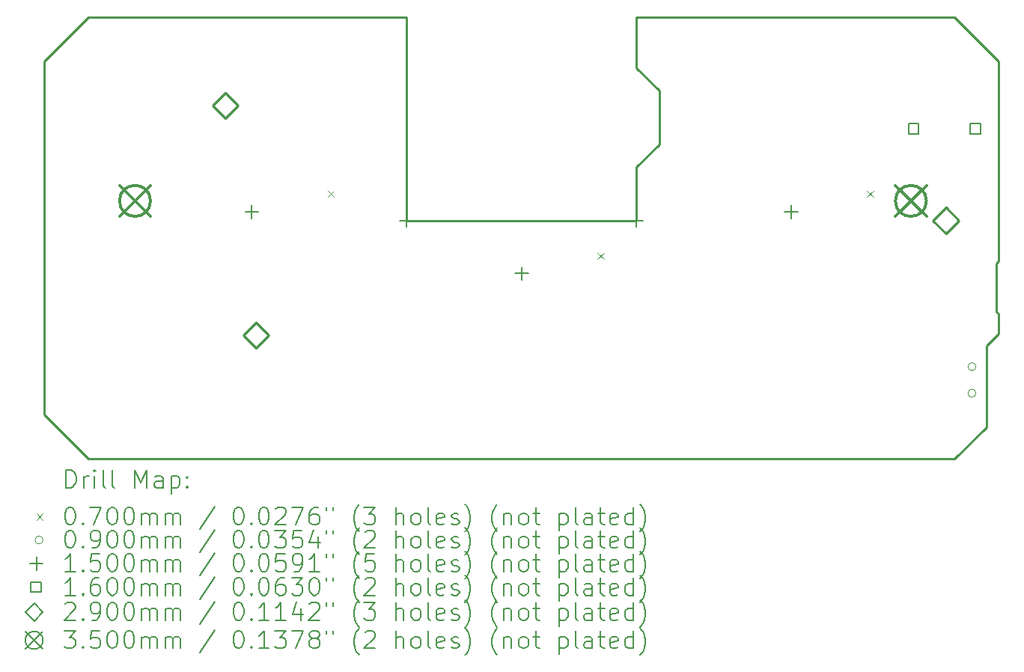
<source format=gbr>
%TF.GenerationSoftware,KiCad,Pcbnew,9.0.2*%
%TF.CreationDate,2025-06-25T14:48:42+01:00*%
%TF.ProjectId,FED3,46454433-2e6b-4696-9361-645f70636258,rev?*%
%TF.SameCoordinates,Original*%
%TF.FileFunction,Drillmap*%
%TF.FilePolarity,Positive*%
%FSLAX45Y45*%
G04 Gerber Fmt 4.5, Leading zero omitted, Abs format (unit mm)*
G04 Created by KiCad (PCBNEW 9.0.2) date 2025-06-25 14:48:42*
%MOMM*%
%LPD*%
G01*
G04 APERTURE LIST*
%ADD10C,0.250000*%
%ADD11C,0.200000*%
%ADD12C,0.100000*%
%ADD13C,0.150000*%
%ADD14C,0.160000*%
%ADD15C,0.290000*%
%ADD16C,0.350000*%
G04 APERTURE END LIST*
D10*
X20110110Y-12640360D02*
X20110110Y-11720360D01*
X16150110Y-10300360D02*
X13550110Y-10300360D01*
X16150110Y-8000360D02*
X16150110Y-8575160D01*
X16150110Y-8575160D02*
X16409710Y-8834760D01*
X9950110Y-8000360D02*
X9450110Y-8500360D01*
X20222110Y-10788360D02*
X20250110Y-10760360D01*
X20250110Y-8500360D02*
X19750110Y-8000360D01*
X20222110Y-11332360D02*
X20222110Y-10788360D01*
X20250110Y-10760360D02*
X20250110Y-8500360D01*
X16150110Y-9698360D02*
X16150110Y-10300360D01*
X20250110Y-11360360D02*
X20222110Y-11332360D01*
X13550110Y-10300360D02*
X13550110Y-8000360D01*
X9450110Y-12500360D02*
X9950110Y-13000360D01*
X16409710Y-8834760D02*
X16409710Y-9444360D01*
X19750110Y-13000360D02*
X20110110Y-12640360D01*
X19750110Y-8000360D02*
X16150110Y-8000360D01*
X20250110Y-11580360D02*
X20250110Y-11360360D01*
X9450110Y-8500360D02*
X9450110Y-12500360D01*
X9950110Y-13000360D02*
X19750110Y-13000360D01*
X16409710Y-9444360D02*
X16150110Y-9698360D01*
X20110110Y-11720360D02*
X20250110Y-11580360D01*
X13550110Y-8000360D02*
X9950110Y-8000360D01*
D11*
D12*
X12660110Y-9965360D02*
X12730110Y-10035360D01*
X12730110Y-9965360D02*
X12660110Y-10035360D01*
X15710110Y-10665360D02*
X15780110Y-10735360D01*
X15780110Y-10665360D02*
X15710110Y-10735360D01*
X18760110Y-9965360D02*
X18830110Y-10035360D01*
X18830110Y-9965360D02*
X18760110Y-10035360D01*
X19990000Y-11955000D02*
G75*
G02*
X19900000Y-11955000I-45000J0D01*
G01*
X19900000Y-11955000D02*
G75*
G02*
X19990000Y-11955000I45000J0D01*
G01*
X19990000Y-12255000D02*
G75*
G02*
X19900000Y-12255000I-45000J0D01*
G01*
X19900000Y-12255000D02*
G75*
G02*
X19990000Y-12255000I45000J0D01*
G01*
D13*
X11800110Y-10125360D02*
X11800110Y-10275360D01*
X11725110Y-10200360D02*
X11875110Y-10200360D01*
X13550110Y-10225360D02*
X13550110Y-10375360D01*
X13475110Y-10300360D02*
X13625110Y-10300360D01*
X14850110Y-10825360D02*
X14850110Y-10975360D01*
X14775110Y-10900360D02*
X14925110Y-10900360D01*
X16150110Y-10225360D02*
X16150110Y-10375360D01*
X16075110Y-10300360D02*
X16225110Y-10300360D01*
X17900110Y-10125360D02*
X17900110Y-10275360D01*
X17825110Y-10200360D02*
X17975110Y-10200360D01*
D14*
X19340999Y-9318049D02*
X19340999Y-9204911D01*
X19227861Y-9204911D01*
X19227861Y-9318049D01*
X19340999Y-9318049D01*
X20040999Y-9318049D02*
X20040999Y-9204911D01*
X19927861Y-9204911D01*
X19927861Y-9318049D01*
X20040999Y-9318049D01*
D15*
X11500110Y-9145360D02*
X11645110Y-9000360D01*
X11500110Y-8855360D01*
X11355110Y-9000360D01*
X11500110Y-9145360D01*
X11850110Y-11745360D02*
X11995110Y-11600360D01*
X11850110Y-11455360D01*
X11705110Y-11600360D01*
X11850110Y-11745360D01*
X19650110Y-10445360D02*
X19795110Y-10300360D01*
X19650110Y-10155360D01*
X19505110Y-10300360D01*
X19650110Y-10445360D01*
D16*
X10303810Y-9904360D02*
X10653810Y-10254360D01*
X10653810Y-9904360D02*
X10303810Y-10254360D01*
X10653810Y-10079360D02*
G75*
G02*
X10303810Y-10079360I-175000J0D01*
G01*
X10303810Y-10079360D02*
G75*
G02*
X10653810Y-10079360I175000J0D01*
G01*
X19079510Y-9904360D02*
X19429510Y-10254360D01*
X19429510Y-9904360D02*
X19079510Y-10254360D01*
X19429510Y-10079360D02*
G75*
G02*
X19079510Y-10079360I-175000J0D01*
G01*
X19079510Y-10079360D02*
G75*
G02*
X19429510Y-10079360I175000J0D01*
G01*
D11*
X9698387Y-13324344D02*
X9698387Y-13124344D01*
X9698387Y-13124344D02*
X9746006Y-13124344D01*
X9746006Y-13124344D02*
X9774577Y-13133868D01*
X9774577Y-13133868D02*
X9793625Y-13152915D01*
X9793625Y-13152915D02*
X9803149Y-13171963D01*
X9803149Y-13171963D02*
X9812673Y-13210058D01*
X9812673Y-13210058D02*
X9812673Y-13238629D01*
X9812673Y-13238629D02*
X9803149Y-13276725D01*
X9803149Y-13276725D02*
X9793625Y-13295772D01*
X9793625Y-13295772D02*
X9774577Y-13314820D01*
X9774577Y-13314820D02*
X9746006Y-13324344D01*
X9746006Y-13324344D02*
X9698387Y-13324344D01*
X9898387Y-13324344D02*
X9898387Y-13191010D01*
X9898387Y-13229106D02*
X9907911Y-13210058D01*
X9907911Y-13210058D02*
X9917434Y-13200534D01*
X9917434Y-13200534D02*
X9936482Y-13191010D01*
X9936482Y-13191010D02*
X9955530Y-13191010D01*
X10022196Y-13324344D02*
X10022196Y-13191010D01*
X10022196Y-13124344D02*
X10012673Y-13133868D01*
X10012673Y-13133868D02*
X10022196Y-13143391D01*
X10022196Y-13143391D02*
X10031720Y-13133868D01*
X10031720Y-13133868D02*
X10022196Y-13124344D01*
X10022196Y-13124344D02*
X10022196Y-13143391D01*
X10146006Y-13324344D02*
X10126958Y-13314820D01*
X10126958Y-13314820D02*
X10117434Y-13295772D01*
X10117434Y-13295772D02*
X10117434Y-13124344D01*
X10250768Y-13324344D02*
X10231720Y-13314820D01*
X10231720Y-13314820D02*
X10222196Y-13295772D01*
X10222196Y-13295772D02*
X10222196Y-13124344D01*
X10479339Y-13324344D02*
X10479339Y-13124344D01*
X10479339Y-13124344D02*
X10546006Y-13267201D01*
X10546006Y-13267201D02*
X10612673Y-13124344D01*
X10612673Y-13124344D02*
X10612673Y-13324344D01*
X10793625Y-13324344D02*
X10793625Y-13219582D01*
X10793625Y-13219582D02*
X10784101Y-13200534D01*
X10784101Y-13200534D02*
X10765054Y-13191010D01*
X10765054Y-13191010D02*
X10726958Y-13191010D01*
X10726958Y-13191010D02*
X10707911Y-13200534D01*
X10793625Y-13314820D02*
X10774577Y-13324344D01*
X10774577Y-13324344D02*
X10726958Y-13324344D01*
X10726958Y-13324344D02*
X10707911Y-13314820D01*
X10707911Y-13314820D02*
X10698387Y-13295772D01*
X10698387Y-13295772D02*
X10698387Y-13276725D01*
X10698387Y-13276725D02*
X10707911Y-13257677D01*
X10707911Y-13257677D02*
X10726958Y-13248153D01*
X10726958Y-13248153D02*
X10774577Y-13248153D01*
X10774577Y-13248153D02*
X10793625Y-13238629D01*
X10888863Y-13191010D02*
X10888863Y-13391010D01*
X10888863Y-13200534D02*
X10907911Y-13191010D01*
X10907911Y-13191010D02*
X10946006Y-13191010D01*
X10946006Y-13191010D02*
X10965054Y-13200534D01*
X10965054Y-13200534D02*
X10974577Y-13210058D01*
X10974577Y-13210058D02*
X10984101Y-13229106D01*
X10984101Y-13229106D02*
X10984101Y-13286248D01*
X10984101Y-13286248D02*
X10974577Y-13305296D01*
X10974577Y-13305296D02*
X10965054Y-13314820D01*
X10965054Y-13314820D02*
X10946006Y-13324344D01*
X10946006Y-13324344D02*
X10907911Y-13324344D01*
X10907911Y-13324344D02*
X10888863Y-13314820D01*
X11069815Y-13305296D02*
X11079339Y-13314820D01*
X11079339Y-13314820D02*
X11069815Y-13324344D01*
X11069815Y-13324344D02*
X11060292Y-13314820D01*
X11060292Y-13314820D02*
X11069815Y-13305296D01*
X11069815Y-13305296D02*
X11069815Y-13324344D01*
X11069815Y-13200534D02*
X11079339Y-13210058D01*
X11079339Y-13210058D02*
X11069815Y-13219582D01*
X11069815Y-13219582D02*
X11060292Y-13210058D01*
X11060292Y-13210058D02*
X11069815Y-13200534D01*
X11069815Y-13200534D02*
X11069815Y-13219582D01*
D12*
X9367610Y-13617860D02*
X9437610Y-13687860D01*
X9437610Y-13617860D02*
X9367610Y-13687860D01*
D11*
X9736482Y-13544344D02*
X9755530Y-13544344D01*
X9755530Y-13544344D02*
X9774577Y-13553868D01*
X9774577Y-13553868D02*
X9784101Y-13563391D01*
X9784101Y-13563391D02*
X9793625Y-13582439D01*
X9793625Y-13582439D02*
X9803149Y-13620534D01*
X9803149Y-13620534D02*
X9803149Y-13668153D01*
X9803149Y-13668153D02*
X9793625Y-13706248D01*
X9793625Y-13706248D02*
X9784101Y-13725296D01*
X9784101Y-13725296D02*
X9774577Y-13734820D01*
X9774577Y-13734820D02*
X9755530Y-13744344D01*
X9755530Y-13744344D02*
X9736482Y-13744344D01*
X9736482Y-13744344D02*
X9717434Y-13734820D01*
X9717434Y-13734820D02*
X9707911Y-13725296D01*
X9707911Y-13725296D02*
X9698387Y-13706248D01*
X9698387Y-13706248D02*
X9688863Y-13668153D01*
X9688863Y-13668153D02*
X9688863Y-13620534D01*
X9688863Y-13620534D02*
X9698387Y-13582439D01*
X9698387Y-13582439D02*
X9707911Y-13563391D01*
X9707911Y-13563391D02*
X9717434Y-13553868D01*
X9717434Y-13553868D02*
X9736482Y-13544344D01*
X9888863Y-13725296D02*
X9898387Y-13734820D01*
X9898387Y-13734820D02*
X9888863Y-13744344D01*
X9888863Y-13744344D02*
X9879339Y-13734820D01*
X9879339Y-13734820D02*
X9888863Y-13725296D01*
X9888863Y-13725296D02*
X9888863Y-13744344D01*
X9965054Y-13544344D02*
X10098387Y-13544344D01*
X10098387Y-13544344D02*
X10012673Y-13744344D01*
X10212673Y-13544344D02*
X10231720Y-13544344D01*
X10231720Y-13544344D02*
X10250768Y-13553868D01*
X10250768Y-13553868D02*
X10260292Y-13563391D01*
X10260292Y-13563391D02*
X10269815Y-13582439D01*
X10269815Y-13582439D02*
X10279339Y-13620534D01*
X10279339Y-13620534D02*
X10279339Y-13668153D01*
X10279339Y-13668153D02*
X10269815Y-13706248D01*
X10269815Y-13706248D02*
X10260292Y-13725296D01*
X10260292Y-13725296D02*
X10250768Y-13734820D01*
X10250768Y-13734820D02*
X10231720Y-13744344D01*
X10231720Y-13744344D02*
X10212673Y-13744344D01*
X10212673Y-13744344D02*
X10193625Y-13734820D01*
X10193625Y-13734820D02*
X10184101Y-13725296D01*
X10184101Y-13725296D02*
X10174577Y-13706248D01*
X10174577Y-13706248D02*
X10165054Y-13668153D01*
X10165054Y-13668153D02*
X10165054Y-13620534D01*
X10165054Y-13620534D02*
X10174577Y-13582439D01*
X10174577Y-13582439D02*
X10184101Y-13563391D01*
X10184101Y-13563391D02*
X10193625Y-13553868D01*
X10193625Y-13553868D02*
X10212673Y-13544344D01*
X10403149Y-13544344D02*
X10422196Y-13544344D01*
X10422196Y-13544344D02*
X10441244Y-13553868D01*
X10441244Y-13553868D02*
X10450768Y-13563391D01*
X10450768Y-13563391D02*
X10460292Y-13582439D01*
X10460292Y-13582439D02*
X10469815Y-13620534D01*
X10469815Y-13620534D02*
X10469815Y-13668153D01*
X10469815Y-13668153D02*
X10460292Y-13706248D01*
X10460292Y-13706248D02*
X10450768Y-13725296D01*
X10450768Y-13725296D02*
X10441244Y-13734820D01*
X10441244Y-13734820D02*
X10422196Y-13744344D01*
X10422196Y-13744344D02*
X10403149Y-13744344D01*
X10403149Y-13744344D02*
X10384101Y-13734820D01*
X10384101Y-13734820D02*
X10374577Y-13725296D01*
X10374577Y-13725296D02*
X10365054Y-13706248D01*
X10365054Y-13706248D02*
X10355530Y-13668153D01*
X10355530Y-13668153D02*
X10355530Y-13620534D01*
X10355530Y-13620534D02*
X10365054Y-13582439D01*
X10365054Y-13582439D02*
X10374577Y-13563391D01*
X10374577Y-13563391D02*
X10384101Y-13553868D01*
X10384101Y-13553868D02*
X10403149Y-13544344D01*
X10555530Y-13744344D02*
X10555530Y-13611010D01*
X10555530Y-13630058D02*
X10565054Y-13620534D01*
X10565054Y-13620534D02*
X10584101Y-13611010D01*
X10584101Y-13611010D02*
X10612673Y-13611010D01*
X10612673Y-13611010D02*
X10631720Y-13620534D01*
X10631720Y-13620534D02*
X10641244Y-13639582D01*
X10641244Y-13639582D02*
X10641244Y-13744344D01*
X10641244Y-13639582D02*
X10650768Y-13620534D01*
X10650768Y-13620534D02*
X10669815Y-13611010D01*
X10669815Y-13611010D02*
X10698387Y-13611010D01*
X10698387Y-13611010D02*
X10717435Y-13620534D01*
X10717435Y-13620534D02*
X10726958Y-13639582D01*
X10726958Y-13639582D02*
X10726958Y-13744344D01*
X10822196Y-13744344D02*
X10822196Y-13611010D01*
X10822196Y-13630058D02*
X10831720Y-13620534D01*
X10831720Y-13620534D02*
X10850768Y-13611010D01*
X10850768Y-13611010D02*
X10879339Y-13611010D01*
X10879339Y-13611010D02*
X10898387Y-13620534D01*
X10898387Y-13620534D02*
X10907911Y-13639582D01*
X10907911Y-13639582D02*
X10907911Y-13744344D01*
X10907911Y-13639582D02*
X10917435Y-13620534D01*
X10917435Y-13620534D02*
X10936482Y-13611010D01*
X10936482Y-13611010D02*
X10965054Y-13611010D01*
X10965054Y-13611010D02*
X10984101Y-13620534D01*
X10984101Y-13620534D02*
X10993625Y-13639582D01*
X10993625Y-13639582D02*
X10993625Y-13744344D01*
X11384101Y-13534820D02*
X11212673Y-13791963D01*
X11641244Y-13544344D02*
X11660292Y-13544344D01*
X11660292Y-13544344D02*
X11679339Y-13553868D01*
X11679339Y-13553868D02*
X11688863Y-13563391D01*
X11688863Y-13563391D02*
X11698387Y-13582439D01*
X11698387Y-13582439D02*
X11707911Y-13620534D01*
X11707911Y-13620534D02*
X11707911Y-13668153D01*
X11707911Y-13668153D02*
X11698387Y-13706248D01*
X11698387Y-13706248D02*
X11688863Y-13725296D01*
X11688863Y-13725296D02*
X11679339Y-13734820D01*
X11679339Y-13734820D02*
X11660292Y-13744344D01*
X11660292Y-13744344D02*
X11641244Y-13744344D01*
X11641244Y-13744344D02*
X11622196Y-13734820D01*
X11622196Y-13734820D02*
X11612673Y-13725296D01*
X11612673Y-13725296D02*
X11603149Y-13706248D01*
X11603149Y-13706248D02*
X11593625Y-13668153D01*
X11593625Y-13668153D02*
X11593625Y-13620534D01*
X11593625Y-13620534D02*
X11603149Y-13582439D01*
X11603149Y-13582439D02*
X11612673Y-13563391D01*
X11612673Y-13563391D02*
X11622196Y-13553868D01*
X11622196Y-13553868D02*
X11641244Y-13544344D01*
X11793625Y-13725296D02*
X11803149Y-13734820D01*
X11803149Y-13734820D02*
X11793625Y-13744344D01*
X11793625Y-13744344D02*
X11784101Y-13734820D01*
X11784101Y-13734820D02*
X11793625Y-13725296D01*
X11793625Y-13725296D02*
X11793625Y-13744344D01*
X11926958Y-13544344D02*
X11946006Y-13544344D01*
X11946006Y-13544344D02*
X11965054Y-13553868D01*
X11965054Y-13553868D02*
X11974577Y-13563391D01*
X11974577Y-13563391D02*
X11984101Y-13582439D01*
X11984101Y-13582439D02*
X11993625Y-13620534D01*
X11993625Y-13620534D02*
X11993625Y-13668153D01*
X11993625Y-13668153D02*
X11984101Y-13706248D01*
X11984101Y-13706248D02*
X11974577Y-13725296D01*
X11974577Y-13725296D02*
X11965054Y-13734820D01*
X11965054Y-13734820D02*
X11946006Y-13744344D01*
X11946006Y-13744344D02*
X11926958Y-13744344D01*
X11926958Y-13744344D02*
X11907911Y-13734820D01*
X11907911Y-13734820D02*
X11898387Y-13725296D01*
X11898387Y-13725296D02*
X11888863Y-13706248D01*
X11888863Y-13706248D02*
X11879339Y-13668153D01*
X11879339Y-13668153D02*
X11879339Y-13620534D01*
X11879339Y-13620534D02*
X11888863Y-13582439D01*
X11888863Y-13582439D02*
X11898387Y-13563391D01*
X11898387Y-13563391D02*
X11907911Y-13553868D01*
X11907911Y-13553868D02*
X11926958Y-13544344D01*
X12069816Y-13563391D02*
X12079339Y-13553868D01*
X12079339Y-13553868D02*
X12098387Y-13544344D01*
X12098387Y-13544344D02*
X12146006Y-13544344D01*
X12146006Y-13544344D02*
X12165054Y-13553868D01*
X12165054Y-13553868D02*
X12174577Y-13563391D01*
X12174577Y-13563391D02*
X12184101Y-13582439D01*
X12184101Y-13582439D02*
X12184101Y-13601487D01*
X12184101Y-13601487D02*
X12174577Y-13630058D01*
X12174577Y-13630058D02*
X12060292Y-13744344D01*
X12060292Y-13744344D02*
X12184101Y-13744344D01*
X12250768Y-13544344D02*
X12384101Y-13544344D01*
X12384101Y-13544344D02*
X12298387Y-13744344D01*
X12546006Y-13544344D02*
X12507911Y-13544344D01*
X12507911Y-13544344D02*
X12488863Y-13553868D01*
X12488863Y-13553868D02*
X12479339Y-13563391D01*
X12479339Y-13563391D02*
X12460292Y-13591963D01*
X12460292Y-13591963D02*
X12450768Y-13630058D01*
X12450768Y-13630058D02*
X12450768Y-13706248D01*
X12450768Y-13706248D02*
X12460292Y-13725296D01*
X12460292Y-13725296D02*
X12469816Y-13734820D01*
X12469816Y-13734820D02*
X12488863Y-13744344D01*
X12488863Y-13744344D02*
X12526958Y-13744344D01*
X12526958Y-13744344D02*
X12546006Y-13734820D01*
X12546006Y-13734820D02*
X12555530Y-13725296D01*
X12555530Y-13725296D02*
X12565054Y-13706248D01*
X12565054Y-13706248D02*
X12565054Y-13658629D01*
X12565054Y-13658629D02*
X12555530Y-13639582D01*
X12555530Y-13639582D02*
X12546006Y-13630058D01*
X12546006Y-13630058D02*
X12526958Y-13620534D01*
X12526958Y-13620534D02*
X12488863Y-13620534D01*
X12488863Y-13620534D02*
X12469816Y-13630058D01*
X12469816Y-13630058D02*
X12460292Y-13639582D01*
X12460292Y-13639582D02*
X12450768Y-13658629D01*
X12641244Y-13544344D02*
X12641244Y-13582439D01*
X12717435Y-13544344D02*
X12717435Y-13582439D01*
X13012673Y-13820534D02*
X13003149Y-13811010D01*
X13003149Y-13811010D02*
X12984101Y-13782439D01*
X12984101Y-13782439D02*
X12974578Y-13763391D01*
X12974578Y-13763391D02*
X12965054Y-13734820D01*
X12965054Y-13734820D02*
X12955530Y-13687201D01*
X12955530Y-13687201D02*
X12955530Y-13649106D01*
X12955530Y-13649106D02*
X12965054Y-13601487D01*
X12965054Y-13601487D02*
X12974578Y-13572915D01*
X12974578Y-13572915D02*
X12984101Y-13553868D01*
X12984101Y-13553868D02*
X13003149Y-13525296D01*
X13003149Y-13525296D02*
X13012673Y-13515772D01*
X13069816Y-13544344D02*
X13193625Y-13544344D01*
X13193625Y-13544344D02*
X13126958Y-13620534D01*
X13126958Y-13620534D02*
X13155530Y-13620534D01*
X13155530Y-13620534D02*
X13174578Y-13630058D01*
X13174578Y-13630058D02*
X13184101Y-13639582D01*
X13184101Y-13639582D02*
X13193625Y-13658629D01*
X13193625Y-13658629D02*
X13193625Y-13706248D01*
X13193625Y-13706248D02*
X13184101Y-13725296D01*
X13184101Y-13725296D02*
X13174578Y-13734820D01*
X13174578Y-13734820D02*
X13155530Y-13744344D01*
X13155530Y-13744344D02*
X13098387Y-13744344D01*
X13098387Y-13744344D02*
X13079339Y-13734820D01*
X13079339Y-13734820D02*
X13069816Y-13725296D01*
X13431720Y-13744344D02*
X13431720Y-13544344D01*
X13517435Y-13744344D02*
X13517435Y-13639582D01*
X13517435Y-13639582D02*
X13507911Y-13620534D01*
X13507911Y-13620534D02*
X13488863Y-13611010D01*
X13488863Y-13611010D02*
X13460292Y-13611010D01*
X13460292Y-13611010D02*
X13441244Y-13620534D01*
X13441244Y-13620534D02*
X13431720Y-13630058D01*
X13641244Y-13744344D02*
X13622197Y-13734820D01*
X13622197Y-13734820D02*
X13612673Y-13725296D01*
X13612673Y-13725296D02*
X13603149Y-13706248D01*
X13603149Y-13706248D02*
X13603149Y-13649106D01*
X13603149Y-13649106D02*
X13612673Y-13630058D01*
X13612673Y-13630058D02*
X13622197Y-13620534D01*
X13622197Y-13620534D02*
X13641244Y-13611010D01*
X13641244Y-13611010D02*
X13669816Y-13611010D01*
X13669816Y-13611010D02*
X13688863Y-13620534D01*
X13688863Y-13620534D02*
X13698387Y-13630058D01*
X13698387Y-13630058D02*
X13707911Y-13649106D01*
X13707911Y-13649106D02*
X13707911Y-13706248D01*
X13707911Y-13706248D02*
X13698387Y-13725296D01*
X13698387Y-13725296D02*
X13688863Y-13734820D01*
X13688863Y-13734820D02*
X13669816Y-13744344D01*
X13669816Y-13744344D02*
X13641244Y-13744344D01*
X13822197Y-13744344D02*
X13803149Y-13734820D01*
X13803149Y-13734820D02*
X13793625Y-13715772D01*
X13793625Y-13715772D02*
X13793625Y-13544344D01*
X13974578Y-13734820D02*
X13955530Y-13744344D01*
X13955530Y-13744344D02*
X13917435Y-13744344D01*
X13917435Y-13744344D02*
X13898387Y-13734820D01*
X13898387Y-13734820D02*
X13888863Y-13715772D01*
X13888863Y-13715772D02*
X13888863Y-13639582D01*
X13888863Y-13639582D02*
X13898387Y-13620534D01*
X13898387Y-13620534D02*
X13917435Y-13611010D01*
X13917435Y-13611010D02*
X13955530Y-13611010D01*
X13955530Y-13611010D02*
X13974578Y-13620534D01*
X13974578Y-13620534D02*
X13984101Y-13639582D01*
X13984101Y-13639582D02*
X13984101Y-13658629D01*
X13984101Y-13658629D02*
X13888863Y-13677677D01*
X14060292Y-13734820D02*
X14079340Y-13744344D01*
X14079340Y-13744344D02*
X14117435Y-13744344D01*
X14117435Y-13744344D02*
X14136482Y-13734820D01*
X14136482Y-13734820D02*
X14146006Y-13715772D01*
X14146006Y-13715772D02*
X14146006Y-13706248D01*
X14146006Y-13706248D02*
X14136482Y-13687201D01*
X14136482Y-13687201D02*
X14117435Y-13677677D01*
X14117435Y-13677677D02*
X14088863Y-13677677D01*
X14088863Y-13677677D02*
X14069816Y-13668153D01*
X14069816Y-13668153D02*
X14060292Y-13649106D01*
X14060292Y-13649106D02*
X14060292Y-13639582D01*
X14060292Y-13639582D02*
X14069816Y-13620534D01*
X14069816Y-13620534D02*
X14088863Y-13611010D01*
X14088863Y-13611010D02*
X14117435Y-13611010D01*
X14117435Y-13611010D02*
X14136482Y-13620534D01*
X14212673Y-13820534D02*
X14222197Y-13811010D01*
X14222197Y-13811010D02*
X14241244Y-13782439D01*
X14241244Y-13782439D02*
X14250768Y-13763391D01*
X14250768Y-13763391D02*
X14260292Y-13734820D01*
X14260292Y-13734820D02*
X14269816Y-13687201D01*
X14269816Y-13687201D02*
X14269816Y-13649106D01*
X14269816Y-13649106D02*
X14260292Y-13601487D01*
X14260292Y-13601487D02*
X14250768Y-13572915D01*
X14250768Y-13572915D02*
X14241244Y-13553868D01*
X14241244Y-13553868D02*
X14222197Y-13525296D01*
X14222197Y-13525296D02*
X14212673Y-13515772D01*
X14574578Y-13820534D02*
X14565054Y-13811010D01*
X14565054Y-13811010D02*
X14546006Y-13782439D01*
X14546006Y-13782439D02*
X14536482Y-13763391D01*
X14536482Y-13763391D02*
X14526959Y-13734820D01*
X14526959Y-13734820D02*
X14517435Y-13687201D01*
X14517435Y-13687201D02*
X14517435Y-13649106D01*
X14517435Y-13649106D02*
X14526959Y-13601487D01*
X14526959Y-13601487D02*
X14536482Y-13572915D01*
X14536482Y-13572915D02*
X14546006Y-13553868D01*
X14546006Y-13553868D02*
X14565054Y-13525296D01*
X14565054Y-13525296D02*
X14574578Y-13515772D01*
X14650768Y-13611010D02*
X14650768Y-13744344D01*
X14650768Y-13630058D02*
X14660292Y-13620534D01*
X14660292Y-13620534D02*
X14679340Y-13611010D01*
X14679340Y-13611010D02*
X14707911Y-13611010D01*
X14707911Y-13611010D02*
X14726959Y-13620534D01*
X14726959Y-13620534D02*
X14736482Y-13639582D01*
X14736482Y-13639582D02*
X14736482Y-13744344D01*
X14860292Y-13744344D02*
X14841244Y-13734820D01*
X14841244Y-13734820D02*
X14831721Y-13725296D01*
X14831721Y-13725296D02*
X14822197Y-13706248D01*
X14822197Y-13706248D02*
X14822197Y-13649106D01*
X14822197Y-13649106D02*
X14831721Y-13630058D01*
X14831721Y-13630058D02*
X14841244Y-13620534D01*
X14841244Y-13620534D02*
X14860292Y-13611010D01*
X14860292Y-13611010D02*
X14888863Y-13611010D01*
X14888863Y-13611010D02*
X14907911Y-13620534D01*
X14907911Y-13620534D02*
X14917435Y-13630058D01*
X14917435Y-13630058D02*
X14926959Y-13649106D01*
X14926959Y-13649106D02*
X14926959Y-13706248D01*
X14926959Y-13706248D02*
X14917435Y-13725296D01*
X14917435Y-13725296D02*
X14907911Y-13734820D01*
X14907911Y-13734820D02*
X14888863Y-13744344D01*
X14888863Y-13744344D02*
X14860292Y-13744344D01*
X14984102Y-13611010D02*
X15060292Y-13611010D01*
X15012673Y-13544344D02*
X15012673Y-13715772D01*
X15012673Y-13715772D02*
X15022197Y-13734820D01*
X15022197Y-13734820D02*
X15041244Y-13744344D01*
X15041244Y-13744344D02*
X15060292Y-13744344D01*
X15279340Y-13611010D02*
X15279340Y-13811010D01*
X15279340Y-13620534D02*
X15298387Y-13611010D01*
X15298387Y-13611010D02*
X15336483Y-13611010D01*
X15336483Y-13611010D02*
X15355530Y-13620534D01*
X15355530Y-13620534D02*
X15365054Y-13630058D01*
X15365054Y-13630058D02*
X15374578Y-13649106D01*
X15374578Y-13649106D02*
X15374578Y-13706248D01*
X15374578Y-13706248D02*
X15365054Y-13725296D01*
X15365054Y-13725296D02*
X15355530Y-13734820D01*
X15355530Y-13734820D02*
X15336483Y-13744344D01*
X15336483Y-13744344D02*
X15298387Y-13744344D01*
X15298387Y-13744344D02*
X15279340Y-13734820D01*
X15488863Y-13744344D02*
X15469816Y-13734820D01*
X15469816Y-13734820D02*
X15460292Y-13715772D01*
X15460292Y-13715772D02*
X15460292Y-13544344D01*
X15650768Y-13744344D02*
X15650768Y-13639582D01*
X15650768Y-13639582D02*
X15641244Y-13620534D01*
X15641244Y-13620534D02*
X15622197Y-13611010D01*
X15622197Y-13611010D02*
X15584102Y-13611010D01*
X15584102Y-13611010D02*
X15565054Y-13620534D01*
X15650768Y-13734820D02*
X15631721Y-13744344D01*
X15631721Y-13744344D02*
X15584102Y-13744344D01*
X15584102Y-13744344D02*
X15565054Y-13734820D01*
X15565054Y-13734820D02*
X15555530Y-13715772D01*
X15555530Y-13715772D02*
X15555530Y-13696725D01*
X15555530Y-13696725D02*
X15565054Y-13677677D01*
X15565054Y-13677677D02*
X15584102Y-13668153D01*
X15584102Y-13668153D02*
X15631721Y-13668153D01*
X15631721Y-13668153D02*
X15650768Y-13658629D01*
X15717435Y-13611010D02*
X15793625Y-13611010D01*
X15746006Y-13544344D02*
X15746006Y-13715772D01*
X15746006Y-13715772D02*
X15755530Y-13734820D01*
X15755530Y-13734820D02*
X15774578Y-13744344D01*
X15774578Y-13744344D02*
X15793625Y-13744344D01*
X15936483Y-13734820D02*
X15917435Y-13744344D01*
X15917435Y-13744344D02*
X15879340Y-13744344D01*
X15879340Y-13744344D02*
X15860292Y-13734820D01*
X15860292Y-13734820D02*
X15850768Y-13715772D01*
X15850768Y-13715772D02*
X15850768Y-13639582D01*
X15850768Y-13639582D02*
X15860292Y-13620534D01*
X15860292Y-13620534D02*
X15879340Y-13611010D01*
X15879340Y-13611010D02*
X15917435Y-13611010D01*
X15917435Y-13611010D02*
X15936483Y-13620534D01*
X15936483Y-13620534D02*
X15946006Y-13639582D01*
X15946006Y-13639582D02*
X15946006Y-13658629D01*
X15946006Y-13658629D02*
X15850768Y-13677677D01*
X16117435Y-13744344D02*
X16117435Y-13544344D01*
X16117435Y-13734820D02*
X16098387Y-13744344D01*
X16098387Y-13744344D02*
X16060292Y-13744344D01*
X16060292Y-13744344D02*
X16041244Y-13734820D01*
X16041244Y-13734820D02*
X16031721Y-13725296D01*
X16031721Y-13725296D02*
X16022197Y-13706248D01*
X16022197Y-13706248D02*
X16022197Y-13649106D01*
X16022197Y-13649106D02*
X16031721Y-13630058D01*
X16031721Y-13630058D02*
X16041244Y-13620534D01*
X16041244Y-13620534D02*
X16060292Y-13611010D01*
X16060292Y-13611010D02*
X16098387Y-13611010D01*
X16098387Y-13611010D02*
X16117435Y-13620534D01*
X16193625Y-13820534D02*
X16203149Y-13811010D01*
X16203149Y-13811010D02*
X16222197Y-13782439D01*
X16222197Y-13782439D02*
X16231721Y-13763391D01*
X16231721Y-13763391D02*
X16241244Y-13734820D01*
X16241244Y-13734820D02*
X16250768Y-13687201D01*
X16250768Y-13687201D02*
X16250768Y-13649106D01*
X16250768Y-13649106D02*
X16241244Y-13601487D01*
X16241244Y-13601487D02*
X16231721Y-13572915D01*
X16231721Y-13572915D02*
X16222197Y-13553868D01*
X16222197Y-13553868D02*
X16203149Y-13525296D01*
X16203149Y-13525296D02*
X16193625Y-13515772D01*
D12*
X9437610Y-13916860D02*
G75*
G02*
X9347610Y-13916860I-45000J0D01*
G01*
X9347610Y-13916860D02*
G75*
G02*
X9437610Y-13916860I45000J0D01*
G01*
D11*
X9736482Y-13808344D02*
X9755530Y-13808344D01*
X9755530Y-13808344D02*
X9774577Y-13817868D01*
X9774577Y-13817868D02*
X9784101Y-13827391D01*
X9784101Y-13827391D02*
X9793625Y-13846439D01*
X9793625Y-13846439D02*
X9803149Y-13884534D01*
X9803149Y-13884534D02*
X9803149Y-13932153D01*
X9803149Y-13932153D02*
X9793625Y-13970248D01*
X9793625Y-13970248D02*
X9784101Y-13989296D01*
X9784101Y-13989296D02*
X9774577Y-13998820D01*
X9774577Y-13998820D02*
X9755530Y-14008344D01*
X9755530Y-14008344D02*
X9736482Y-14008344D01*
X9736482Y-14008344D02*
X9717434Y-13998820D01*
X9717434Y-13998820D02*
X9707911Y-13989296D01*
X9707911Y-13989296D02*
X9698387Y-13970248D01*
X9698387Y-13970248D02*
X9688863Y-13932153D01*
X9688863Y-13932153D02*
X9688863Y-13884534D01*
X9688863Y-13884534D02*
X9698387Y-13846439D01*
X9698387Y-13846439D02*
X9707911Y-13827391D01*
X9707911Y-13827391D02*
X9717434Y-13817868D01*
X9717434Y-13817868D02*
X9736482Y-13808344D01*
X9888863Y-13989296D02*
X9898387Y-13998820D01*
X9898387Y-13998820D02*
X9888863Y-14008344D01*
X9888863Y-14008344D02*
X9879339Y-13998820D01*
X9879339Y-13998820D02*
X9888863Y-13989296D01*
X9888863Y-13989296D02*
X9888863Y-14008344D01*
X9993625Y-14008344D02*
X10031720Y-14008344D01*
X10031720Y-14008344D02*
X10050768Y-13998820D01*
X10050768Y-13998820D02*
X10060292Y-13989296D01*
X10060292Y-13989296D02*
X10079339Y-13960725D01*
X10079339Y-13960725D02*
X10088863Y-13922629D01*
X10088863Y-13922629D02*
X10088863Y-13846439D01*
X10088863Y-13846439D02*
X10079339Y-13827391D01*
X10079339Y-13827391D02*
X10069815Y-13817868D01*
X10069815Y-13817868D02*
X10050768Y-13808344D01*
X10050768Y-13808344D02*
X10012673Y-13808344D01*
X10012673Y-13808344D02*
X9993625Y-13817868D01*
X9993625Y-13817868D02*
X9984101Y-13827391D01*
X9984101Y-13827391D02*
X9974577Y-13846439D01*
X9974577Y-13846439D02*
X9974577Y-13894058D01*
X9974577Y-13894058D02*
X9984101Y-13913106D01*
X9984101Y-13913106D02*
X9993625Y-13922629D01*
X9993625Y-13922629D02*
X10012673Y-13932153D01*
X10012673Y-13932153D02*
X10050768Y-13932153D01*
X10050768Y-13932153D02*
X10069815Y-13922629D01*
X10069815Y-13922629D02*
X10079339Y-13913106D01*
X10079339Y-13913106D02*
X10088863Y-13894058D01*
X10212673Y-13808344D02*
X10231720Y-13808344D01*
X10231720Y-13808344D02*
X10250768Y-13817868D01*
X10250768Y-13817868D02*
X10260292Y-13827391D01*
X10260292Y-13827391D02*
X10269815Y-13846439D01*
X10269815Y-13846439D02*
X10279339Y-13884534D01*
X10279339Y-13884534D02*
X10279339Y-13932153D01*
X10279339Y-13932153D02*
X10269815Y-13970248D01*
X10269815Y-13970248D02*
X10260292Y-13989296D01*
X10260292Y-13989296D02*
X10250768Y-13998820D01*
X10250768Y-13998820D02*
X10231720Y-14008344D01*
X10231720Y-14008344D02*
X10212673Y-14008344D01*
X10212673Y-14008344D02*
X10193625Y-13998820D01*
X10193625Y-13998820D02*
X10184101Y-13989296D01*
X10184101Y-13989296D02*
X10174577Y-13970248D01*
X10174577Y-13970248D02*
X10165054Y-13932153D01*
X10165054Y-13932153D02*
X10165054Y-13884534D01*
X10165054Y-13884534D02*
X10174577Y-13846439D01*
X10174577Y-13846439D02*
X10184101Y-13827391D01*
X10184101Y-13827391D02*
X10193625Y-13817868D01*
X10193625Y-13817868D02*
X10212673Y-13808344D01*
X10403149Y-13808344D02*
X10422196Y-13808344D01*
X10422196Y-13808344D02*
X10441244Y-13817868D01*
X10441244Y-13817868D02*
X10450768Y-13827391D01*
X10450768Y-13827391D02*
X10460292Y-13846439D01*
X10460292Y-13846439D02*
X10469815Y-13884534D01*
X10469815Y-13884534D02*
X10469815Y-13932153D01*
X10469815Y-13932153D02*
X10460292Y-13970248D01*
X10460292Y-13970248D02*
X10450768Y-13989296D01*
X10450768Y-13989296D02*
X10441244Y-13998820D01*
X10441244Y-13998820D02*
X10422196Y-14008344D01*
X10422196Y-14008344D02*
X10403149Y-14008344D01*
X10403149Y-14008344D02*
X10384101Y-13998820D01*
X10384101Y-13998820D02*
X10374577Y-13989296D01*
X10374577Y-13989296D02*
X10365054Y-13970248D01*
X10365054Y-13970248D02*
X10355530Y-13932153D01*
X10355530Y-13932153D02*
X10355530Y-13884534D01*
X10355530Y-13884534D02*
X10365054Y-13846439D01*
X10365054Y-13846439D02*
X10374577Y-13827391D01*
X10374577Y-13827391D02*
X10384101Y-13817868D01*
X10384101Y-13817868D02*
X10403149Y-13808344D01*
X10555530Y-14008344D02*
X10555530Y-13875010D01*
X10555530Y-13894058D02*
X10565054Y-13884534D01*
X10565054Y-13884534D02*
X10584101Y-13875010D01*
X10584101Y-13875010D02*
X10612673Y-13875010D01*
X10612673Y-13875010D02*
X10631720Y-13884534D01*
X10631720Y-13884534D02*
X10641244Y-13903582D01*
X10641244Y-13903582D02*
X10641244Y-14008344D01*
X10641244Y-13903582D02*
X10650768Y-13884534D01*
X10650768Y-13884534D02*
X10669815Y-13875010D01*
X10669815Y-13875010D02*
X10698387Y-13875010D01*
X10698387Y-13875010D02*
X10717435Y-13884534D01*
X10717435Y-13884534D02*
X10726958Y-13903582D01*
X10726958Y-13903582D02*
X10726958Y-14008344D01*
X10822196Y-14008344D02*
X10822196Y-13875010D01*
X10822196Y-13894058D02*
X10831720Y-13884534D01*
X10831720Y-13884534D02*
X10850768Y-13875010D01*
X10850768Y-13875010D02*
X10879339Y-13875010D01*
X10879339Y-13875010D02*
X10898387Y-13884534D01*
X10898387Y-13884534D02*
X10907911Y-13903582D01*
X10907911Y-13903582D02*
X10907911Y-14008344D01*
X10907911Y-13903582D02*
X10917435Y-13884534D01*
X10917435Y-13884534D02*
X10936482Y-13875010D01*
X10936482Y-13875010D02*
X10965054Y-13875010D01*
X10965054Y-13875010D02*
X10984101Y-13884534D01*
X10984101Y-13884534D02*
X10993625Y-13903582D01*
X10993625Y-13903582D02*
X10993625Y-14008344D01*
X11384101Y-13798820D02*
X11212673Y-14055963D01*
X11641244Y-13808344D02*
X11660292Y-13808344D01*
X11660292Y-13808344D02*
X11679339Y-13817868D01*
X11679339Y-13817868D02*
X11688863Y-13827391D01*
X11688863Y-13827391D02*
X11698387Y-13846439D01*
X11698387Y-13846439D02*
X11707911Y-13884534D01*
X11707911Y-13884534D02*
X11707911Y-13932153D01*
X11707911Y-13932153D02*
X11698387Y-13970248D01*
X11698387Y-13970248D02*
X11688863Y-13989296D01*
X11688863Y-13989296D02*
X11679339Y-13998820D01*
X11679339Y-13998820D02*
X11660292Y-14008344D01*
X11660292Y-14008344D02*
X11641244Y-14008344D01*
X11641244Y-14008344D02*
X11622196Y-13998820D01*
X11622196Y-13998820D02*
X11612673Y-13989296D01*
X11612673Y-13989296D02*
X11603149Y-13970248D01*
X11603149Y-13970248D02*
X11593625Y-13932153D01*
X11593625Y-13932153D02*
X11593625Y-13884534D01*
X11593625Y-13884534D02*
X11603149Y-13846439D01*
X11603149Y-13846439D02*
X11612673Y-13827391D01*
X11612673Y-13827391D02*
X11622196Y-13817868D01*
X11622196Y-13817868D02*
X11641244Y-13808344D01*
X11793625Y-13989296D02*
X11803149Y-13998820D01*
X11803149Y-13998820D02*
X11793625Y-14008344D01*
X11793625Y-14008344D02*
X11784101Y-13998820D01*
X11784101Y-13998820D02*
X11793625Y-13989296D01*
X11793625Y-13989296D02*
X11793625Y-14008344D01*
X11926958Y-13808344D02*
X11946006Y-13808344D01*
X11946006Y-13808344D02*
X11965054Y-13817868D01*
X11965054Y-13817868D02*
X11974577Y-13827391D01*
X11974577Y-13827391D02*
X11984101Y-13846439D01*
X11984101Y-13846439D02*
X11993625Y-13884534D01*
X11993625Y-13884534D02*
X11993625Y-13932153D01*
X11993625Y-13932153D02*
X11984101Y-13970248D01*
X11984101Y-13970248D02*
X11974577Y-13989296D01*
X11974577Y-13989296D02*
X11965054Y-13998820D01*
X11965054Y-13998820D02*
X11946006Y-14008344D01*
X11946006Y-14008344D02*
X11926958Y-14008344D01*
X11926958Y-14008344D02*
X11907911Y-13998820D01*
X11907911Y-13998820D02*
X11898387Y-13989296D01*
X11898387Y-13989296D02*
X11888863Y-13970248D01*
X11888863Y-13970248D02*
X11879339Y-13932153D01*
X11879339Y-13932153D02*
X11879339Y-13884534D01*
X11879339Y-13884534D02*
X11888863Y-13846439D01*
X11888863Y-13846439D02*
X11898387Y-13827391D01*
X11898387Y-13827391D02*
X11907911Y-13817868D01*
X11907911Y-13817868D02*
X11926958Y-13808344D01*
X12060292Y-13808344D02*
X12184101Y-13808344D01*
X12184101Y-13808344D02*
X12117435Y-13884534D01*
X12117435Y-13884534D02*
X12146006Y-13884534D01*
X12146006Y-13884534D02*
X12165054Y-13894058D01*
X12165054Y-13894058D02*
X12174577Y-13903582D01*
X12174577Y-13903582D02*
X12184101Y-13922629D01*
X12184101Y-13922629D02*
X12184101Y-13970248D01*
X12184101Y-13970248D02*
X12174577Y-13989296D01*
X12174577Y-13989296D02*
X12165054Y-13998820D01*
X12165054Y-13998820D02*
X12146006Y-14008344D01*
X12146006Y-14008344D02*
X12088863Y-14008344D01*
X12088863Y-14008344D02*
X12069816Y-13998820D01*
X12069816Y-13998820D02*
X12060292Y-13989296D01*
X12365054Y-13808344D02*
X12269816Y-13808344D01*
X12269816Y-13808344D02*
X12260292Y-13903582D01*
X12260292Y-13903582D02*
X12269816Y-13894058D01*
X12269816Y-13894058D02*
X12288863Y-13884534D01*
X12288863Y-13884534D02*
X12336482Y-13884534D01*
X12336482Y-13884534D02*
X12355530Y-13894058D01*
X12355530Y-13894058D02*
X12365054Y-13903582D01*
X12365054Y-13903582D02*
X12374577Y-13922629D01*
X12374577Y-13922629D02*
X12374577Y-13970248D01*
X12374577Y-13970248D02*
X12365054Y-13989296D01*
X12365054Y-13989296D02*
X12355530Y-13998820D01*
X12355530Y-13998820D02*
X12336482Y-14008344D01*
X12336482Y-14008344D02*
X12288863Y-14008344D01*
X12288863Y-14008344D02*
X12269816Y-13998820D01*
X12269816Y-13998820D02*
X12260292Y-13989296D01*
X12546006Y-13875010D02*
X12546006Y-14008344D01*
X12498387Y-13798820D02*
X12450768Y-13941677D01*
X12450768Y-13941677D02*
X12574577Y-13941677D01*
X12641244Y-13808344D02*
X12641244Y-13846439D01*
X12717435Y-13808344D02*
X12717435Y-13846439D01*
X13012673Y-14084534D02*
X13003149Y-14075010D01*
X13003149Y-14075010D02*
X12984101Y-14046439D01*
X12984101Y-14046439D02*
X12974578Y-14027391D01*
X12974578Y-14027391D02*
X12965054Y-13998820D01*
X12965054Y-13998820D02*
X12955530Y-13951201D01*
X12955530Y-13951201D02*
X12955530Y-13913106D01*
X12955530Y-13913106D02*
X12965054Y-13865487D01*
X12965054Y-13865487D02*
X12974578Y-13836915D01*
X12974578Y-13836915D02*
X12984101Y-13817868D01*
X12984101Y-13817868D02*
X13003149Y-13789296D01*
X13003149Y-13789296D02*
X13012673Y-13779772D01*
X13079339Y-13827391D02*
X13088863Y-13817868D01*
X13088863Y-13817868D02*
X13107911Y-13808344D01*
X13107911Y-13808344D02*
X13155530Y-13808344D01*
X13155530Y-13808344D02*
X13174578Y-13817868D01*
X13174578Y-13817868D02*
X13184101Y-13827391D01*
X13184101Y-13827391D02*
X13193625Y-13846439D01*
X13193625Y-13846439D02*
X13193625Y-13865487D01*
X13193625Y-13865487D02*
X13184101Y-13894058D01*
X13184101Y-13894058D02*
X13069816Y-14008344D01*
X13069816Y-14008344D02*
X13193625Y-14008344D01*
X13431720Y-14008344D02*
X13431720Y-13808344D01*
X13517435Y-14008344D02*
X13517435Y-13903582D01*
X13517435Y-13903582D02*
X13507911Y-13884534D01*
X13507911Y-13884534D02*
X13488863Y-13875010D01*
X13488863Y-13875010D02*
X13460292Y-13875010D01*
X13460292Y-13875010D02*
X13441244Y-13884534D01*
X13441244Y-13884534D02*
X13431720Y-13894058D01*
X13641244Y-14008344D02*
X13622197Y-13998820D01*
X13622197Y-13998820D02*
X13612673Y-13989296D01*
X13612673Y-13989296D02*
X13603149Y-13970248D01*
X13603149Y-13970248D02*
X13603149Y-13913106D01*
X13603149Y-13913106D02*
X13612673Y-13894058D01*
X13612673Y-13894058D02*
X13622197Y-13884534D01*
X13622197Y-13884534D02*
X13641244Y-13875010D01*
X13641244Y-13875010D02*
X13669816Y-13875010D01*
X13669816Y-13875010D02*
X13688863Y-13884534D01*
X13688863Y-13884534D02*
X13698387Y-13894058D01*
X13698387Y-13894058D02*
X13707911Y-13913106D01*
X13707911Y-13913106D02*
X13707911Y-13970248D01*
X13707911Y-13970248D02*
X13698387Y-13989296D01*
X13698387Y-13989296D02*
X13688863Y-13998820D01*
X13688863Y-13998820D02*
X13669816Y-14008344D01*
X13669816Y-14008344D02*
X13641244Y-14008344D01*
X13822197Y-14008344D02*
X13803149Y-13998820D01*
X13803149Y-13998820D02*
X13793625Y-13979772D01*
X13793625Y-13979772D02*
X13793625Y-13808344D01*
X13974578Y-13998820D02*
X13955530Y-14008344D01*
X13955530Y-14008344D02*
X13917435Y-14008344D01*
X13917435Y-14008344D02*
X13898387Y-13998820D01*
X13898387Y-13998820D02*
X13888863Y-13979772D01*
X13888863Y-13979772D02*
X13888863Y-13903582D01*
X13888863Y-13903582D02*
X13898387Y-13884534D01*
X13898387Y-13884534D02*
X13917435Y-13875010D01*
X13917435Y-13875010D02*
X13955530Y-13875010D01*
X13955530Y-13875010D02*
X13974578Y-13884534D01*
X13974578Y-13884534D02*
X13984101Y-13903582D01*
X13984101Y-13903582D02*
X13984101Y-13922629D01*
X13984101Y-13922629D02*
X13888863Y-13941677D01*
X14060292Y-13998820D02*
X14079340Y-14008344D01*
X14079340Y-14008344D02*
X14117435Y-14008344D01*
X14117435Y-14008344D02*
X14136482Y-13998820D01*
X14136482Y-13998820D02*
X14146006Y-13979772D01*
X14146006Y-13979772D02*
X14146006Y-13970248D01*
X14146006Y-13970248D02*
X14136482Y-13951201D01*
X14136482Y-13951201D02*
X14117435Y-13941677D01*
X14117435Y-13941677D02*
X14088863Y-13941677D01*
X14088863Y-13941677D02*
X14069816Y-13932153D01*
X14069816Y-13932153D02*
X14060292Y-13913106D01*
X14060292Y-13913106D02*
X14060292Y-13903582D01*
X14060292Y-13903582D02*
X14069816Y-13884534D01*
X14069816Y-13884534D02*
X14088863Y-13875010D01*
X14088863Y-13875010D02*
X14117435Y-13875010D01*
X14117435Y-13875010D02*
X14136482Y-13884534D01*
X14212673Y-14084534D02*
X14222197Y-14075010D01*
X14222197Y-14075010D02*
X14241244Y-14046439D01*
X14241244Y-14046439D02*
X14250768Y-14027391D01*
X14250768Y-14027391D02*
X14260292Y-13998820D01*
X14260292Y-13998820D02*
X14269816Y-13951201D01*
X14269816Y-13951201D02*
X14269816Y-13913106D01*
X14269816Y-13913106D02*
X14260292Y-13865487D01*
X14260292Y-13865487D02*
X14250768Y-13836915D01*
X14250768Y-13836915D02*
X14241244Y-13817868D01*
X14241244Y-13817868D02*
X14222197Y-13789296D01*
X14222197Y-13789296D02*
X14212673Y-13779772D01*
X14574578Y-14084534D02*
X14565054Y-14075010D01*
X14565054Y-14075010D02*
X14546006Y-14046439D01*
X14546006Y-14046439D02*
X14536482Y-14027391D01*
X14536482Y-14027391D02*
X14526959Y-13998820D01*
X14526959Y-13998820D02*
X14517435Y-13951201D01*
X14517435Y-13951201D02*
X14517435Y-13913106D01*
X14517435Y-13913106D02*
X14526959Y-13865487D01*
X14526959Y-13865487D02*
X14536482Y-13836915D01*
X14536482Y-13836915D02*
X14546006Y-13817868D01*
X14546006Y-13817868D02*
X14565054Y-13789296D01*
X14565054Y-13789296D02*
X14574578Y-13779772D01*
X14650768Y-13875010D02*
X14650768Y-14008344D01*
X14650768Y-13894058D02*
X14660292Y-13884534D01*
X14660292Y-13884534D02*
X14679340Y-13875010D01*
X14679340Y-13875010D02*
X14707911Y-13875010D01*
X14707911Y-13875010D02*
X14726959Y-13884534D01*
X14726959Y-13884534D02*
X14736482Y-13903582D01*
X14736482Y-13903582D02*
X14736482Y-14008344D01*
X14860292Y-14008344D02*
X14841244Y-13998820D01*
X14841244Y-13998820D02*
X14831721Y-13989296D01*
X14831721Y-13989296D02*
X14822197Y-13970248D01*
X14822197Y-13970248D02*
X14822197Y-13913106D01*
X14822197Y-13913106D02*
X14831721Y-13894058D01*
X14831721Y-13894058D02*
X14841244Y-13884534D01*
X14841244Y-13884534D02*
X14860292Y-13875010D01*
X14860292Y-13875010D02*
X14888863Y-13875010D01*
X14888863Y-13875010D02*
X14907911Y-13884534D01*
X14907911Y-13884534D02*
X14917435Y-13894058D01*
X14917435Y-13894058D02*
X14926959Y-13913106D01*
X14926959Y-13913106D02*
X14926959Y-13970248D01*
X14926959Y-13970248D02*
X14917435Y-13989296D01*
X14917435Y-13989296D02*
X14907911Y-13998820D01*
X14907911Y-13998820D02*
X14888863Y-14008344D01*
X14888863Y-14008344D02*
X14860292Y-14008344D01*
X14984102Y-13875010D02*
X15060292Y-13875010D01*
X15012673Y-13808344D02*
X15012673Y-13979772D01*
X15012673Y-13979772D02*
X15022197Y-13998820D01*
X15022197Y-13998820D02*
X15041244Y-14008344D01*
X15041244Y-14008344D02*
X15060292Y-14008344D01*
X15279340Y-13875010D02*
X15279340Y-14075010D01*
X15279340Y-13884534D02*
X15298387Y-13875010D01*
X15298387Y-13875010D02*
X15336483Y-13875010D01*
X15336483Y-13875010D02*
X15355530Y-13884534D01*
X15355530Y-13884534D02*
X15365054Y-13894058D01*
X15365054Y-13894058D02*
X15374578Y-13913106D01*
X15374578Y-13913106D02*
X15374578Y-13970248D01*
X15374578Y-13970248D02*
X15365054Y-13989296D01*
X15365054Y-13989296D02*
X15355530Y-13998820D01*
X15355530Y-13998820D02*
X15336483Y-14008344D01*
X15336483Y-14008344D02*
X15298387Y-14008344D01*
X15298387Y-14008344D02*
X15279340Y-13998820D01*
X15488863Y-14008344D02*
X15469816Y-13998820D01*
X15469816Y-13998820D02*
X15460292Y-13979772D01*
X15460292Y-13979772D02*
X15460292Y-13808344D01*
X15650768Y-14008344D02*
X15650768Y-13903582D01*
X15650768Y-13903582D02*
X15641244Y-13884534D01*
X15641244Y-13884534D02*
X15622197Y-13875010D01*
X15622197Y-13875010D02*
X15584102Y-13875010D01*
X15584102Y-13875010D02*
X15565054Y-13884534D01*
X15650768Y-13998820D02*
X15631721Y-14008344D01*
X15631721Y-14008344D02*
X15584102Y-14008344D01*
X15584102Y-14008344D02*
X15565054Y-13998820D01*
X15565054Y-13998820D02*
X15555530Y-13979772D01*
X15555530Y-13979772D02*
X15555530Y-13960725D01*
X15555530Y-13960725D02*
X15565054Y-13941677D01*
X15565054Y-13941677D02*
X15584102Y-13932153D01*
X15584102Y-13932153D02*
X15631721Y-13932153D01*
X15631721Y-13932153D02*
X15650768Y-13922629D01*
X15717435Y-13875010D02*
X15793625Y-13875010D01*
X15746006Y-13808344D02*
X15746006Y-13979772D01*
X15746006Y-13979772D02*
X15755530Y-13998820D01*
X15755530Y-13998820D02*
X15774578Y-14008344D01*
X15774578Y-14008344D02*
X15793625Y-14008344D01*
X15936483Y-13998820D02*
X15917435Y-14008344D01*
X15917435Y-14008344D02*
X15879340Y-14008344D01*
X15879340Y-14008344D02*
X15860292Y-13998820D01*
X15860292Y-13998820D02*
X15850768Y-13979772D01*
X15850768Y-13979772D02*
X15850768Y-13903582D01*
X15850768Y-13903582D02*
X15860292Y-13884534D01*
X15860292Y-13884534D02*
X15879340Y-13875010D01*
X15879340Y-13875010D02*
X15917435Y-13875010D01*
X15917435Y-13875010D02*
X15936483Y-13884534D01*
X15936483Y-13884534D02*
X15946006Y-13903582D01*
X15946006Y-13903582D02*
X15946006Y-13922629D01*
X15946006Y-13922629D02*
X15850768Y-13941677D01*
X16117435Y-14008344D02*
X16117435Y-13808344D01*
X16117435Y-13998820D02*
X16098387Y-14008344D01*
X16098387Y-14008344D02*
X16060292Y-14008344D01*
X16060292Y-14008344D02*
X16041244Y-13998820D01*
X16041244Y-13998820D02*
X16031721Y-13989296D01*
X16031721Y-13989296D02*
X16022197Y-13970248D01*
X16022197Y-13970248D02*
X16022197Y-13913106D01*
X16022197Y-13913106D02*
X16031721Y-13894058D01*
X16031721Y-13894058D02*
X16041244Y-13884534D01*
X16041244Y-13884534D02*
X16060292Y-13875010D01*
X16060292Y-13875010D02*
X16098387Y-13875010D01*
X16098387Y-13875010D02*
X16117435Y-13884534D01*
X16193625Y-14084534D02*
X16203149Y-14075010D01*
X16203149Y-14075010D02*
X16222197Y-14046439D01*
X16222197Y-14046439D02*
X16231721Y-14027391D01*
X16231721Y-14027391D02*
X16241244Y-13998820D01*
X16241244Y-13998820D02*
X16250768Y-13951201D01*
X16250768Y-13951201D02*
X16250768Y-13913106D01*
X16250768Y-13913106D02*
X16241244Y-13865487D01*
X16241244Y-13865487D02*
X16231721Y-13836915D01*
X16231721Y-13836915D02*
X16222197Y-13817868D01*
X16222197Y-13817868D02*
X16203149Y-13789296D01*
X16203149Y-13789296D02*
X16193625Y-13779772D01*
D13*
X9362610Y-14105860D02*
X9362610Y-14255860D01*
X9287610Y-14180860D02*
X9437610Y-14180860D01*
D11*
X9803149Y-14272344D02*
X9688863Y-14272344D01*
X9746006Y-14272344D02*
X9746006Y-14072344D01*
X9746006Y-14072344D02*
X9726958Y-14100915D01*
X9726958Y-14100915D02*
X9707911Y-14119963D01*
X9707911Y-14119963D02*
X9688863Y-14129487D01*
X9888863Y-14253296D02*
X9898387Y-14262820D01*
X9898387Y-14262820D02*
X9888863Y-14272344D01*
X9888863Y-14272344D02*
X9879339Y-14262820D01*
X9879339Y-14262820D02*
X9888863Y-14253296D01*
X9888863Y-14253296D02*
X9888863Y-14272344D01*
X10079339Y-14072344D02*
X9984101Y-14072344D01*
X9984101Y-14072344D02*
X9974577Y-14167582D01*
X9974577Y-14167582D02*
X9984101Y-14158058D01*
X9984101Y-14158058D02*
X10003149Y-14148534D01*
X10003149Y-14148534D02*
X10050768Y-14148534D01*
X10050768Y-14148534D02*
X10069815Y-14158058D01*
X10069815Y-14158058D02*
X10079339Y-14167582D01*
X10079339Y-14167582D02*
X10088863Y-14186629D01*
X10088863Y-14186629D02*
X10088863Y-14234248D01*
X10088863Y-14234248D02*
X10079339Y-14253296D01*
X10079339Y-14253296D02*
X10069815Y-14262820D01*
X10069815Y-14262820D02*
X10050768Y-14272344D01*
X10050768Y-14272344D02*
X10003149Y-14272344D01*
X10003149Y-14272344D02*
X9984101Y-14262820D01*
X9984101Y-14262820D02*
X9974577Y-14253296D01*
X10212673Y-14072344D02*
X10231720Y-14072344D01*
X10231720Y-14072344D02*
X10250768Y-14081868D01*
X10250768Y-14081868D02*
X10260292Y-14091391D01*
X10260292Y-14091391D02*
X10269815Y-14110439D01*
X10269815Y-14110439D02*
X10279339Y-14148534D01*
X10279339Y-14148534D02*
X10279339Y-14196153D01*
X10279339Y-14196153D02*
X10269815Y-14234248D01*
X10269815Y-14234248D02*
X10260292Y-14253296D01*
X10260292Y-14253296D02*
X10250768Y-14262820D01*
X10250768Y-14262820D02*
X10231720Y-14272344D01*
X10231720Y-14272344D02*
X10212673Y-14272344D01*
X10212673Y-14272344D02*
X10193625Y-14262820D01*
X10193625Y-14262820D02*
X10184101Y-14253296D01*
X10184101Y-14253296D02*
X10174577Y-14234248D01*
X10174577Y-14234248D02*
X10165054Y-14196153D01*
X10165054Y-14196153D02*
X10165054Y-14148534D01*
X10165054Y-14148534D02*
X10174577Y-14110439D01*
X10174577Y-14110439D02*
X10184101Y-14091391D01*
X10184101Y-14091391D02*
X10193625Y-14081868D01*
X10193625Y-14081868D02*
X10212673Y-14072344D01*
X10403149Y-14072344D02*
X10422196Y-14072344D01*
X10422196Y-14072344D02*
X10441244Y-14081868D01*
X10441244Y-14081868D02*
X10450768Y-14091391D01*
X10450768Y-14091391D02*
X10460292Y-14110439D01*
X10460292Y-14110439D02*
X10469815Y-14148534D01*
X10469815Y-14148534D02*
X10469815Y-14196153D01*
X10469815Y-14196153D02*
X10460292Y-14234248D01*
X10460292Y-14234248D02*
X10450768Y-14253296D01*
X10450768Y-14253296D02*
X10441244Y-14262820D01*
X10441244Y-14262820D02*
X10422196Y-14272344D01*
X10422196Y-14272344D02*
X10403149Y-14272344D01*
X10403149Y-14272344D02*
X10384101Y-14262820D01*
X10384101Y-14262820D02*
X10374577Y-14253296D01*
X10374577Y-14253296D02*
X10365054Y-14234248D01*
X10365054Y-14234248D02*
X10355530Y-14196153D01*
X10355530Y-14196153D02*
X10355530Y-14148534D01*
X10355530Y-14148534D02*
X10365054Y-14110439D01*
X10365054Y-14110439D02*
X10374577Y-14091391D01*
X10374577Y-14091391D02*
X10384101Y-14081868D01*
X10384101Y-14081868D02*
X10403149Y-14072344D01*
X10555530Y-14272344D02*
X10555530Y-14139010D01*
X10555530Y-14158058D02*
X10565054Y-14148534D01*
X10565054Y-14148534D02*
X10584101Y-14139010D01*
X10584101Y-14139010D02*
X10612673Y-14139010D01*
X10612673Y-14139010D02*
X10631720Y-14148534D01*
X10631720Y-14148534D02*
X10641244Y-14167582D01*
X10641244Y-14167582D02*
X10641244Y-14272344D01*
X10641244Y-14167582D02*
X10650768Y-14148534D01*
X10650768Y-14148534D02*
X10669815Y-14139010D01*
X10669815Y-14139010D02*
X10698387Y-14139010D01*
X10698387Y-14139010D02*
X10717435Y-14148534D01*
X10717435Y-14148534D02*
X10726958Y-14167582D01*
X10726958Y-14167582D02*
X10726958Y-14272344D01*
X10822196Y-14272344D02*
X10822196Y-14139010D01*
X10822196Y-14158058D02*
X10831720Y-14148534D01*
X10831720Y-14148534D02*
X10850768Y-14139010D01*
X10850768Y-14139010D02*
X10879339Y-14139010D01*
X10879339Y-14139010D02*
X10898387Y-14148534D01*
X10898387Y-14148534D02*
X10907911Y-14167582D01*
X10907911Y-14167582D02*
X10907911Y-14272344D01*
X10907911Y-14167582D02*
X10917435Y-14148534D01*
X10917435Y-14148534D02*
X10936482Y-14139010D01*
X10936482Y-14139010D02*
X10965054Y-14139010D01*
X10965054Y-14139010D02*
X10984101Y-14148534D01*
X10984101Y-14148534D02*
X10993625Y-14167582D01*
X10993625Y-14167582D02*
X10993625Y-14272344D01*
X11384101Y-14062820D02*
X11212673Y-14319963D01*
X11641244Y-14072344D02*
X11660292Y-14072344D01*
X11660292Y-14072344D02*
X11679339Y-14081868D01*
X11679339Y-14081868D02*
X11688863Y-14091391D01*
X11688863Y-14091391D02*
X11698387Y-14110439D01*
X11698387Y-14110439D02*
X11707911Y-14148534D01*
X11707911Y-14148534D02*
X11707911Y-14196153D01*
X11707911Y-14196153D02*
X11698387Y-14234248D01*
X11698387Y-14234248D02*
X11688863Y-14253296D01*
X11688863Y-14253296D02*
X11679339Y-14262820D01*
X11679339Y-14262820D02*
X11660292Y-14272344D01*
X11660292Y-14272344D02*
X11641244Y-14272344D01*
X11641244Y-14272344D02*
X11622196Y-14262820D01*
X11622196Y-14262820D02*
X11612673Y-14253296D01*
X11612673Y-14253296D02*
X11603149Y-14234248D01*
X11603149Y-14234248D02*
X11593625Y-14196153D01*
X11593625Y-14196153D02*
X11593625Y-14148534D01*
X11593625Y-14148534D02*
X11603149Y-14110439D01*
X11603149Y-14110439D02*
X11612673Y-14091391D01*
X11612673Y-14091391D02*
X11622196Y-14081868D01*
X11622196Y-14081868D02*
X11641244Y-14072344D01*
X11793625Y-14253296D02*
X11803149Y-14262820D01*
X11803149Y-14262820D02*
X11793625Y-14272344D01*
X11793625Y-14272344D02*
X11784101Y-14262820D01*
X11784101Y-14262820D02*
X11793625Y-14253296D01*
X11793625Y-14253296D02*
X11793625Y-14272344D01*
X11926958Y-14072344D02*
X11946006Y-14072344D01*
X11946006Y-14072344D02*
X11965054Y-14081868D01*
X11965054Y-14081868D02*
X11974577Y-14091391D01*
X11974577Y-14091391D02*
X11984101Y-14110439D01*
X11984101Y-14110439D02*
X11993625Y-14148534D01*
X11993625Y-14148534D02*
X11993625Y-14196153D01*
X11993625Y-14196153D02*
X11984101Y-14234248D01*
X11984101Y-14234248D02*
X11974577Y-14253296D01*
X11974577Y-14253296D02*
X11965054Y-14262820D01*
X11965054Y-14262820D02*
X11946006Y-14272344D01*
X11946006Y-14272344D02*
X11926958Y-14272344D01*
X11926958Y-14272344D02*
X11907911Y-14262820D01*
X11907911Y-14262820D02*
X11898387Y-14253296D01*
X11898387Y-14253296D02*
X11888863Y-14234248D01*
X11888863Y-14234248D02*
X11879339Y-14196153D01*
X11879339Y-14196153D02*
X11879339Y-14148534D01*
X11879339Y-14148534D02*
X11888863Y-14110439D01*
X11888863Y-14110439D02*
X11898387Y-14091391D01*
X11898387Y-14091391D02*
X11907911Y-14081868D01*
X11907911Y-14081868D02*
X11926958Y-14072344D01*
X12174577Y-14072344D02*
X12079339Y-14072344D01*
X12079339Y-14072344D02*
X12069816Y-14167582D01*
X12069816Y-14167582D02*
X12079339Y-14158058D01*
X12079339Y-14158058D02*
X12098387Y-14148534D01*
X12098387Y-14148534D02*
X12146006Y-14148534D01*
X12146006Y-14148534D02*
X12165054Y-14158058D01*
X12165054Y-14158058D02*
X12174577Y-14167582D01*
X12174577Y-14167582D02*
X12184101Y-14186629D01*
X12184101Y-14186629D02*
X12184101Y-14234248D01*
X12184101Y-14234248D02*
X12174577Y-14253296D01*
X12174577Y-14253296D02*
X12165054Y-14262820D01*
X12165054Y-14262820D02*
X12146006Y-14272344D01*
X12146006Y-14272344D02*
X12098387Y-14272344D01*
X12098387Y-14272344D02*
X12079339Y-14262820D01*
X12079339Y-14262820D02*
X12069816Y-14253296D01*
X12279339Y-14272344D02*
X12317435Y-14272344D01*
X12317435Y-14272344D02*
X12336482Y-14262820D01*
X12336482Y-14262820D02*
X12346006Y-14253296D01*
X12346006Y-14253296D02*
X12365054Y-14224725D01*
X12365054Y-14224725D02*
X12374577Y-14186629D01*
X12374577Y-14186629D02*
X12374577Y-14110439D01*
X12374577Y-14110439D02*
X12365054Y-14091391D01*
X12365054Y-14091391D02*
X12355530Y-14081868D01*
X12355530Y-14081868D02*
X12336482Y-14072344D01*
X12336482Y-14072344D02*
X12298387Y-14072344D01*
X12298387Y-14072344D02*
X12279339Y-14081868D01*
X12279339Y-14081868D02*
X12269816Y-14091391D01*
X12269816Y-14091391D02*
X12260292Y-14110439D01*
X12260292Y-14110439D02*
X12260292Y-14158058D01*
X12260292Y-14158058D02*
X12269816Y-14177106D01*
X12269816Y-14177106D02*
X12279339Y-14186629D01*
X12279339Y-14186629D02*
X12298387Y-14196153D01*
X12298387Y-14196153D02*
X12336482Y-14196153D01*
X12336482Y-14196153D02*
X12355530Y-14186629D01*
X12355530Y-14186629D02*
X12365054Y-14177106D01*
X12365054Y-14177106D02*
X12374577Y-14158058D01*
X12565054Y-14272344D02*
X12450768Y-14272344D01*
X12507911Y-14272344D02*
X12507911Y-14072344D01*
X12507911Y-14072344D02*
X12488863Y-14100915D01*
X12488863Y-14100915D02*
X12469816Y-14119963D01*
X12469816Y-14119963D02*
X12450768Y-14129487D01*
X12641244Y-14072344D02*
X12641244Y-14110439D01*
X12717435Y-14072344D02*
X12717435Y-14110439D01*
X13012673Y-14348534D02*
X13003149Y-14339010D01*
X13003149Y-14339010D02*
X12984101Y-14310439D01*
X12984101Y-14310439D02*
X12974578Y-14291391D01*
X12974578Y-14291391D02*
X12965054Y-14262820D01*
X12965054Y-14262820D02*
X12955530Y-14215201D01*
X12955530Y-14215201D02*
X12955530Y-14177106D01*
X12955530Y-14177106D02*
X12965054Y-14129487D01*
X12965054Y-14129487D02*
X12974578Y-14100915D01*
X12974578Y-14100915D02*
X12984101Y-14081868D01*
X12984101Y-14081868D02*
X13003149Y-14053296D01*
X13003149Y-14053296D02*
X13012673Y-14043772D01*
X13184101Y-14072344D02*
X13088863Y-14072344D01*
X13088863Y-14072344D02*
X13079339Y-14167582D01*
X13079339Y-14167582D02*
X13088863Y-14158058D01*
X13088863Y-14158058D02*
X13107911Y-14148534D01*
X13107911Y-14148534D02*
X13155530Y-14148534D01*
X13155530Y-14148534D02*
X13174578Y-14158058D01*
X13174578Y-14158058D02*
X13184101Y-14167582D01*
X13184101Y-14167582D02*
X13193625Y-14186629D01*
X13193625Y-14186629D02*
X13193625Y-14234248D01*
X13193625Y-14234248D02*
X13184101Y-14253296D01*
X13184101Y-14253296D02*
X13174578Y-14262820D01*
X13174578Y-14262820D02*
X13155530Y-14272344D01*
X13155530Y-14272344D02*
X13107911Y-14272344D01*
X13107911Y-14272344D02*
X13088863Y-14262820D01*
X13088863Y-14262820D02*
X13079339Y-14253296D01*
X13431720Y-14272344D02*
X13431720Y-14072344D01*
X13517435Y-14272344D02*
X13517435Y-14167582D01*
X13517435Y-14167582D02*
X13507911Y-14148534D01*
X13507911Y-14148534D02*
X13488863Y-14139010D01*
X13488863Y-14139010D02*
X13460292Y-14139010D01*
X13460292Y-14139010D02*
X13441244Y-14148534D01*
X13441244Y-14148534D02*
X13431720Y-14158058D01*
X13641244Y-14272344D02*
X13622197Y-14262820D01*
X13622197Y-14262820D02*
X13612673Y-14253296D01*
X13612673Y-14253296D02*
X13603149Y-14234248D01*
X13603149Y-14234248D02*
X13603149Y-14177106D01*
X13603149Y-14177106D02*
X13612673Y-14158058D01*
X13612673Y-14158058D02*
X13622197Y-14148534D01*
X13622197Y-14148534D02*
X13641244Y-14139010D01*
X13641244Y-14139010D02*
X13669816Y-14139010D01*
X13669816Y-14139010D02*
X13688863Y-14148534D01*
X13688863Y-14148534D02*
X13698387Y-14158058D01*
X13698387Y-14158058D02*
X13707911Y-14177106D01*
X13707911Y-14177106D02*
X13707911Y-14234248D01*
X13707911Y-14234248D02*
X13698387Y-14253296D01*
X13698387Y-14253296D02*
X13688863Y-14262820D01*
X13688863Y-14262820D02*
X13669816Y-14272344D01*
X13669816Y-14272344D02*
X13641244Y-14272344D01*
X13822197Y-14272344D02*
X13803149Y-14262820D01*
X13803149Y-14262820D02*
X13793625Y-14243772D01*
X13793625Y-14243772D02*
X13793625Y-14072344D01*
X13974578Y-14262820D02*
X13955530Y-14272344D01*
X13955530Y-14272344D02*
X13917435Y-14272344D01*
X13917435Y-14272344D02*
X13898387Y-14262820D01*
X13898387Y-14262820D02*
X13888863Y-14243772D01*
X13888863Y-14243772D02*
X13888863Y-14167582D01*
X13888863Y-14167582D02*
X13898387Y-14148534D01*
X13898387Y-14148534D02*
X13917435Y-14139010D01*
X13917435Y-14139010D02*
X13955530Y-14139010D01*
X13955530Y-14139010D02*
X13974578Y-14148534D01*
X13974578Y-14148534D02*
X13984101Y-14167582D01*
X13984101Y-14167582D02*
X13984101Y-14186629D01*
X13984101Y-14186629D02*
X13888863Y-14205677D01*
X14060292Y-14262820D02*
X14079340Y-14272344D01*
X14079340Y-14272344D02*
X14117435Y-14272344D01*
X14117435Y-14272344D02*
X14136482Y-14262820D01*
X14136482Y-14262820D02*
X14146006Y-14243772D01*
X14146006Y-14243772D02*
X14146006Y-14234248D01*
X14146006Y-14234248D02*
X14136482Y-14215201D01*
X14136482Y-14215201D02*
X14117435Y-14205677D01*
X14117435Y-14205677D02*
X14088863Y-14205677D01*
X14088863Y-14205677D02*
X14069816Y-14196153D01*
X14069816Y-14196153D02*
X14060292Y-14177106D01*
X14060292Y-14177106D02*
X14060292Y-14167582D01*
X14060292Y-14167582D02*
X14069816Y-14148534D01*
X14069816Y-14148534D02*
X14088863Y-14139010D01*
X14088863Y-14139010D02*
X14117435Y-14139010D01*
X14117435Y-14139010D02*
X14136482Y-14148534D01*
X14212673Y-14348534D02*
X14222197Y-14339010D01*
X14222197Y-14339010D02*
X14241244Y-14310439D01*
X14241244Y-14310439D02*
X14250768Y-14291391D01*
X14250768Y-14291391D02*
X14260292Y-14262820D01*
X14260292Y-14262820D02*
X14269816Y-14215201D01*
X14269816Y-14215201D02*
X14269816Y-14177106D01*
X14269816Y-14177106D02*
X14260292Y-14129487D01*
X14260292Y-14129487D02*
X14250768Y-14100915D01*
X14250768Y-14100915D02*
X14241244Y-14081868D01*
X14241244Y-14081868D02*
X14222197Y-14053296D01*
X14222197Y-14053296D02*
X14212673Y-14043772D01*
X14574578Y-14348534D02*
X14565054Y-14339010D01*
X14565054Y-14339010D02*
X14546006Y-14310439D01*
X14546006Y-14310439D02*
X14536482Y-14291391D01*
X14536482Y-14291391D02*
X14526959Y-14262820D01*
X14526959Y-14262820D02*
X14517435Y-14215201D01*
X14517435Y-14215201D02*
X14517435Y-14177106D01*
X14517435Y-14177106D02*
X14526959Y-14129487D01*
X14526959Y-14129487D02*
X14536482Y-14100915D01*
X14536482Y-14100915D02*
X14546006Y-14081868D01*
X14546006Y-14081868D02*
X14565054Y-14053296D01*
X14565054Y-14053296D02*
X14574578Y-14043772D01*
X14650768Y-14139010D02*
X14650768Y-14272344D01*
X14650768Y-14158058D02*
X14660292Y-14148534D01*
X14660292Y-14148534D02*
X14679340Y-14139010D01*
X14679340Y-14139010D02*
X14707911Y-14139010D01*
X14707911Y-14139010D02*
X14726959Y-14148534D01*
X14726959Y-14148534D02*
X14736482Y-14167582D01*
X14736482Y-14167582D02*
X14736482Y-14272344D01*
X14860292Y-14272344D02*
X14841244Y-14262820D01*
X14841244Y-14262820D02*
X14831721Y-14253296D01*
X14831721Y-14253296D02*
X14822197Y-14234248D01*
X14822197Y-14234248D02*
X14822197Y-14177106D01*
X14822197Y-14177106D02*
X14831721Y-14158058D01*
X14831721Y-14158058D02*
X14841244Y-14148534D01*
X14841244Y-14148534D02*
X14860292Y-14139010D01*
X14860292Y-14139010D02*
X14888863Y-14139010D01*
X14888863Y-14139010D02*
X14907911Y-14148534D01*
X14907911Y-14148534D02*
X14917435Y-14158058D01*
X14917435Y-14158058D02*
X14926959Y-14177106D01*
X14926959Y-14177106D02*
X14926959Y-14234248D01*
X14926959Y-14234248D02*
X14917435Y-14253296D01*
X14917435Y-14253296D02*
X14907911Y-14262820D01*
X14907911Y-14262820D02*
X14888863Y-14272344D01*
X14888863Y-14272344D02*
X14860292Y-14272344D01*
X14984102Y-14139010D02*
X15060292Y-14139010D01*
X15012673Y-14072344D02*
X15012673Y-14243772D01*
X15012673Y-14243772D02*
X15022197Y-14262820D01*
X15022197Y-14262820D02*
X15041244Y-14272344D01*
X15041244Y-14272344D02*
X15060292Y-14272344D01*
X15279340Y-14139010D02*
X15279340Y-14339010D01*
X15279340Y-14148534D02*
X15298387Y-14139010D01*
X15298387Y-14139010D02*
X15336483Y-14139010D01*
X15336483Y-14139010D02*
X15355530Y-14148534D01*
X15355530Y-14148534D02*
X15365054Y-14158058D01*
X15365054Y-14158058D02*
X15374578Y-14177106D01*
X15374578Y-14177106D02*
X15374578Y-14234248D01*
X15374578Y-14234248D02*
X15365054Y-14253296D01*
X15365054Y-14253296D02*
X15355530Y-14262820D01*
X15355530Y-14262820D02*
X15336483Y-14272344D01*
X15336483Y-14272344D02*
X15298387Y-14272344D01*
X15298387Y-14272344D02*
X15279340Y-14262820D01*
X15488863Y-14272344D02*
X15469816Y-14262820D01*
X15469816Y-14262820D02*
X15460292Y-14243772D01*
X15460292Y-14243772D02*
X15460292Y-14072344D01*
X15650768Y-14272344D02*
X15650768Y-14167582D01*
X15650768Y-14167582D02*
X15641244Y-14148534D01*
X15641244Y-14148534D02*
X15622197Y-14139010D01*
X15622197Y-14139010D02*
X15584102Y-14139010D01*
X15584102Y-14139010D02*
X15565054Y-14148534D01*
X15650768Y-14262820D02*
X15631721Y-14272344D01*
X15631721Y-14272344D02*
X15584102Y-14272344D01*
X15584102Y-14272344D02*
X15565054Y-14262820D01*
X15565054Y-14262820D02*
X15555530Y-14243772D01*
X15555530Y-14243772D02*
X15555530Y-14224725D01*
X15555530Y-14224725D02*
X15565054Y-14205677D01*
X15565054Y-14205677D02*
X15584102Y-14196153D01*
X15584102Y-14196153D02*
X15631721Y-14196153D01*
X15631721Y-14196153D02*
X15650768Y-14186629D01*
X15717435Y-14139010D02*
X15793625Y-14139010D01*
X15746006Y-14072344D02*
X15746006Y-14243772D01*
X15746006Y-14243772D02*
X15755530Y-14262820D01*
X15755530Y-14262820D02*
X15774578Y-14272344D01*
X15774578Y-14272344D02*
X15793625Y-14272344D01*
X15936483Y-14262820D02*
X15917435Y-14272344D01*
X15917435Y-14272344D02*
X15879340Y-14272344D01*
X15879340Y-14272344D02*
X15860292Y-14262820D01*
X15860292Y-14262820D02*
X15850768Y-14243772D01*
X15850768Y-14243772D02*
X15850768Y-14167582D01*
X15850768Y-14167582D02*
X15860292Y-14148534D01*
X15860292Y-14148534D02*
X15879340Y-14139010D01*
X15879340Y-14139010D02*
X15917435Y-14139010D01*
X15917435Y-14139010D02*
X15936483Y-14148534D01*
X15936483Y-14148534D02*
X15946006Y-14167582D01*
X15946006Y-14167582D02*
X15946006Y-14186629D01*
X15946006Y-14186629D02*
X15850768Y-14205677D01*
X16117435Y-14272344D02*
X16117435Y-14072344D01*
X16117435Y-14262820D02*
X16098387Y-14272344D01*
X16098387Y-14272344D02*
X16060292Y-14272344D01*
X16060292Y-14272344D02*
X16041244Y-14262820D01*
X16041244Y-14262820D02*
X16031721Y-14253296D01*
X16031721Y-14253296D02*
X16022197Y-14234248D01*
X16022197Y-14234248D02*
X16022197Y-14177106D01*
X16022197Y-14177106D02*
X16031721Y-14158058D01*
X16031721Y-14158058D02*
X16041244Y-14148534D01*
X16041244Y-14148534D02*
X16060292Y-14139010D01*
X16060292Y-14139010D02*
X16098387Y-14139010D01*
X16098387Y-14139010D02*
X16117435Y-14148534D01*
X16193625Y-14348534D02*
X16203149Y-14339010D01*
X16203149Y-14339010D02*
X16222197Y-14310439D01*
X16222197Y-14310439D02*
X16231721Y-14291391D01*
X16231721Y-14291391D02*
X16241244Y-14262820D01*
X16241244Y-14262820D02*
X16250768Y-14215201D01*
X16250768Y-14215201D02*
X16250768Y-14177106D01*
X16250768Y-14177106D02*
X16241244Y-14129487D01*
X16241244Y-14129487D02*
X16231721Y-14100915D01*
X16231721Y-14100915D02*
X16222197Y-14081868D01*
X16222197Y-14081868D02*
X16203149Y-14053296D01*
X16203149Y-14053296D02*
X16193625Y-14043772D01*
D14*
X9414179Y-14507429D02*
X9414179Y-14394291D01*
X9301041Y-14394291D01*
X9301041Y-14507429D01*
X9414179Y-14507429D01*
D11*
X9803149Y-14542344D02*
X9688863Y-14542344D01*
X9746006Y-14542344D02*
X9746006Y-14342344D01*
X9746006Y-14342344D02*
X9726958Y-14370915D01*
X9726958Y-14370915D02*
X9707911Y-14389963D01*
X9707911Y-14389963D02*
X9688863Y-14399487D01*
X9888863Y-14523296D02*
X9898387Y-14532820D01*
X9898387Y-14532820D02*
X9888863Y-14542344D01*
X9888863Y-14542344D02*
X9879339Y-14532820D01*
X9879339Y-14532820D02*
X9888863Y-14523296D01*
X9888863Y-14523296D02*
X9888863Y-14542344D01*
X10069815Y-14342344D02*
X10031720Y-14342344D01*
X10031720Y-14342344D02*
X10012673Y-14351868D01*
X10012673Y-14351868D02*
X10003149Y-14361391D01*
X10003149Y-14361391D02*
X9984101Y-14389963D01*
X9984101Y-14389963D02*
X9974577Y-14428058D01*
X9974577Y-14428058D02*
X9974577Y-14504248D01*
X9974577Y-14504248D02*
X9984101Y-14523296D01*
X9984101Y-14523296D02*
X9993625Y-14532820D01*
X9993625Y-14532820D02*
X10012673Y-14542344D01*
X10012673Y-14542344D02*
X10050768Y-14542344D01*
X10050768Y-14542344D02*
X10069815Y-14532820D01*
X10069815Y-14532820D02*
X10079339Y-14523296D01*
X10079339Y-14523296D02*
X10088863Y-14504248D01*
X10088863Y-14504248D02*
X10088863Y-14456629D01*
X10088863Y-14456629D02*
X10079339Y-14437582D01*
X10079339Y-14437582D02*
X10069815Y-14428058D01*
X10069815Y-14428058D02*
X10050768Y-14418534D01*
X10050768Y-14418534D02*
X10012673Y-14418534D01*
X10012673Y-14418534D02*
X9993625Y-14428058D01*
X9993625Y-14428058D02*
X9984101Y-14437582D01*
X9984101Y-14437582D02*
X9974577Y-14456629D01*
X10212673Y-14342344D02*
X10231720Y-14342344D01*
X10231720Y-14342344D02*
X10250768Y-14351868D01*
X10250768Y-14351868D02*
X10260292Y-14361391D01*
X10260292Y-14361391D02*
X10269815Y-14380439D01*
X10269815Y-14380439D02*
X10279339Y-14418534D01*
X10279339Y-14418534D02*
X10279339Y-14466153D01*
X10279339Y-14466153D02*
X10269815Y-14504248D01*
X10269815Y-14504248D02*
X10260292Y-14523296D01*
X10260292Y-14523296D02*
X10250768Y-14532820D01*
X10250768Y-14532820D02*
X10231720Y-14542344D01*
X10231720Y-14542344D02*
X10212673Y-14542344D01*
X10212673Y-14542344D02*
X10193625Y-14532820D01*
X10193625Y-14532820D02*
X10184101Y-14523296D01*
X10184101Y-14523296D02*
X10174577Y-14504248D01*
X10174577Y-14504248D02*
X10165054Y-14466153D01*
X10165054Y-14466153D02*
X10165054Y-14418534D01*
X10165054Y-14418534D02*
X10174577Y-14380439D01*
X10174577Y-14380439D02*
X10184101Y-14361391D01*
X10184101Y-14361391D02*
X10193625Y-14351868D01*
X10193625Y-14351868D02*
X10212673Y-14342344D01*
X10403149Y-14342344D02*
X10422196Y-14342344D01*
X10422196Y-14342344D02*
X10441244Y-14351868D01*
X10441244Y-14351868D02*
X10450768Y-14361391D01*
X10450768Y-14361391D02*
X10460292Y-14380439D01*
X10460292Y-14380439D02*
X10469815Y-14418534D01*
X10469815Y-14418534D02*
X10469815Y-14466153D01*
X10469815Y-14466153D02*
X10460292Y-14504248D01*
X10460292Y-14504248D02*
X10450768Y-14523296D01*
X10450768Y-14523296D02*
X10441244Y-14532820D01*
X10441244Y-14532820D02*
X10422196Y-14542344D01*
X10422196Y-14542344D02*
X10403149Y-14542344D01*
X10403149Y-14542344D02*
X10384101Y-14532820D01*
X10384101Y-14532820D02*
X10374577Y-14523296D01*
X10374577Y-14523296D02*
X10365054Y-14504248D01*
X10365054Y-14504248D02*
X10355530Y-14466153D01*
X10355530Y-14466153D02*
X10355530Y-14418534D01*
X10355530Y-14418534D02*
X10365054Y-14380439D01*
X10365054Y-14380439D02*
X10374577Y-14361391D01*
X10374577Y-14361391D02*
X10384101Y-14351868D01*
X10384101Y-14351868D02*
X10403149Y-14342344D01*
X10555530Y-14542344D02*
X10555530Y-14409010D01*
X10555530Y-14428058D02*
X10565054Y-14418534D01*
X10565054Y-14418534D02*
X10584101Y-14409010D01*
X10584101Y-14409010D02*
X10612673Y-14409010D01*
X10612673Y-14409010D02*
X10631720Y-14418534D01*
X10631720Y-14418534D02*
X10641244Y-14437582D01*
X10641244Y-14437582D02*
X10641244Y-14542344D01*
X10641244Y-14437582D02*
X10650768Y-14418534D01*
X10650768Y-14418534D02*
X10669815Y-14409010D01*
X10669815Y-14409010D02*
X10698387Y-14409010D01*
X10698387Y-14409010D02*
X10717435Y-14418534D01*
X10717435Y-14418534D02*
X10726958Y-14437582D01*
X10726958Y-14437582D02*
X10726958Y-14542344D01*
X10822196Y-14542344D02*
X10822196Y-14409010D01*
X10822196Y-14428058D02*
X10831720Y-14418534D01*
X10831720Y-14418534D02*
X10850768Y-14409010D01*
X10850768Y-14409010D02*
X10879339Y-14409010D01*
X10879339Y-14409010D02*
X10898387Y-14418534D01*
X10898387Y-14418534D02*
X10907911Y-14437582D01*
X10907911Y-14437582D02*
X10907911Y-14542344D01*
X10907911Y-14437582D02*
X10917435Y-14418534D01*
X10917435Y-14418534D02*
X10936482Y-14409010D01*
X10936482Y-14409010D02*
X10965054Y-14409010D01*
X10965054Y-14409010D02*
X10984101Y-14418534D01*
X10984101Y-14418534D02*
X10993625Y-14437582D01*
X10993625Y-14437582D02*
X10993625Y-14542344D01*
X11384101Y-14332820D02*
X11212673Y-14589963D01*
X11641244Y-14342344D02*
X11660292Y-14342344D01*
X11660292Y-14342344D02*
X11679339Y-14351868D01*
X11679339Y-14351868D02*
X11688863Y-14361391D01*
X11688863Y-14361391D02*
X11698387Y-14380439D01*
X11698387Y-14380439D02*
X11707911Y-14418534D01*
X11707911Y-14418534D02*
X11707911Y-14466153D01*
X11707911Y-14466153D02*
X11698387Y-14504248D01*
X11698387Y-14504248D02*
X11688863Y-14523296D01*
X11688863Y-14523296D02*
X11679339Y-14532820D01*
X11679339Y-14532820D02*
X11660292Y-14542344D01*
X11660292Y-14542344D02*
X11641244Y-14542344D01*
X11641244Y-14542344D02*
X11622196Y-14532820D01*
X11622196Y-14532820D02*
X11612673Y-14523296D01*
X11612673Y-14523296D02*
X11603149Y-14504248D01*
X11603149Y-14504248D02*
X11593625Y-14466153D01*
X11593625Y-14466153D02*
X11593625Y-14418534D01*
X11593625Y-14418534D02*
X11603149Y-14380439D01*
X11603149Y-14380439D02*
X11612673Y-14361391D01*
X11612673Y-14361391D02*
X11622196Y-14351868D01*
X11622196Y-14351868D02*
X11641244Y-14342344D01*
X11793625Y-14523296D02*
X11803149Y-14532820D01*
X11803149Y-14532820D02*
X11793625Y-14542344D01*
X11793625Y-14542344D02*
X11784101Y-14532820D01*
X11784101Y-14532820D02*
X11793625Y-14523296D01*
X11793625Y-14523296D02*
X11793625Y-14542344D01*
X11926958Y-14342344D02*
X11946006Y-14342344D01*
X11946006Y-14342344D02*
X11965054Y-14351868D01*
X11965054Y-14351868D02*
X11974577Y-14361391D01*
X11974577Y-14361391D02*
X11984101Y-14380439D01*
X11984101Y-14380439D02*
X11993625Y-14418534D01*
X11993625Y-14418534D02*
X11993625Y-14466153D01*
X11993625Y-14466153D02*
X11984101Y-14504248D01*
X11984101Y-14504248D02*
X11974577Y-14523296D01*
X11974577Y-14523296D02*
X11965054Y-14532820D01*
X11965054Y-14532820D02*
X11946006Y-14542344D01*
X11946006Y-14542344D02*
X11926958Y-14542344D01*
X11926958Y-14542344D02*
X11907911Y-14532820D01*
X11907911Y-14532820D02*
X11898387Y-14523296D01*
X11898387Y-14523296D02*
X11888863Y-14504248D01*
X11888863Y-14504248D02*
X11879339Y-14466153D01*
X11879339Y-14466153D02*
X11879339Y-14418534D01*
X11879339Y-14418534D02*
X11888863Y-14380439D01*
X11888863Y-14380439D02*
X11898387Y-14361391D01*
X11898387Y-14361391D02*
X11907911Y-14351868D01*
X11907911Y-14351868D02*
X11926958Y-14342344D01*
X12165054Y-14342344D02*
X12126958Y-14342344D01*
X12126958Y-14342344D02*
X12107911Y-14351868D01*
X12107911Y-14351868D02*
X12098387Y-14361391D01*
X12098387Y-14361391D02*
X12079339Y-14389963D01*
X12079339Y-14389963D02*
X12069816Y-14428058D01*
X12069816Y-14428058D02*
X12069816Y-14504248D01*
X12069816Y-14504248D02*
X12079339Y-14523296D01*
X12079339Y-14523296D02*
X12088863Y-14532820D01*
X12088863Y-14532820D02*
X12107911Y-14542344D01*
X12107911Y-14542344D02*
X12146006Y-14542344D01*
X12146006Y-14542344D02*
X12165054Y-14532820D01*
X12165054Y-14532820D02*
X12174577Y-14523296D01*
X12174577Y-14523296D02*
X12184101Y-14504248D01*
X12184101Y-14504248D02*
X12184101Y-14456629D01*
X12184101Y-14456629D02*
X12174577Y-14437582D01*
X12174577Y-14437582D02*
X12165054Y-14428058D01*
X12165054Y-14428058D02*
X12146006Y-14418534D01*
X12146006Y-14418534D02*
X12107911Y-14418534D01*
X12107911Y-14418534D02*
X12088863Y-14428058D01*
X12088863Y-14428058D02*
X12079339Y-14437582D01*
X12079339Y-14437582D02*
X12069816Y-14456629D01*
X12250768Y-14342344D02*
X12374577Y-14342344D01*
X12374577Y-14342344D02*
X12307911Y-14418534D01*
X12307911Y-14418534D02*
X12336482Y-14418534D01*
X12336482Y-14418534D02*
X12355530Y-14428058D01*
X12355530Y-14428058D02*
X12365054Y-14437582D01*
X12365054Y-14437582D02*
X12374577Y-14456629D01*
X12374577Y-14456629D02*
X12374577Y-14504248D01*
X12374577Y-14504248D02*
X12365054Y-14523296D01*
X12365054Y-14523296D02*
X12355530Y-14532820D01*
X12355530Y-14532820D02*
X12336482Y-14542344D01*
X12336482Y-14542344D02*
X12279339Y-14542344D01*
X12279339Y-14542344D02*
X12260292Y-14532820D01*
X12260292Y-14532820D02*
X12250768Y-14523296D01*
X12498387Y-14342344D02*
X12517435Y-14342344D01*
X12517435Y-14342344D02*
X12536482Y-14351868D01*
X12536482Y-14351868D02*
X12546006Y-14361391D01*
X12546006Y-14361391D02*
X12555530Y-14380439D01*
X12555530Y-14380439D02*
X12565054Y-14418534D01*
X12565054Y-14418534D02*
X12565054Y-14466153D01*
X12565054Y-14466153D02*
X12555530Y-14504248D01*
X12555530Y-14504248D02*
X12546006Y-14523296D01*
X12546006Y-14523296D02*
X12536482Y-14532820D01*
X12536482Y-14532820D02*
X12517435Y-14542344D01*
X12517435Y-14542344D02*
X12498387Y-14542344D01*
X12498387Y-14542344D02*
X12479339Y-14532820D01*
X12479339Y-14532820D02*
X12469816Y-14523296D01*
X12469816Y-14523296D02*
X12460292Y-14504248D01*
X12460292Y-14504248D02*
X12450768Y-14466153D01*
X12450768Y-14466153D02*
X12450768Y-14418534D01*
X12450768Y-14418534D02*
X12460292Y-14380439D01*
X12460292Y-14380439D02*
X12469816Y-14361391D01*
X12469816Y-14361391D02*
X12479339Y-14351868D01*
X12479339Y-14351868D02*
X12498387Y-14342344D01*
X12641244Y-14342344D02*
X12641244Y-14380439D01*
X12717435Y-14342344D02*
X12717435Y-14380439D01*
X13012673Y-14618534D02*
X13003149Y-14609010D01*
X13003149Y-14609010D02*
X12984101Y-14580439D01*
X12984101Y-14580439D02*
X12974578Y-14561391D01*
X12974578Y-14561391D02*
X12965054Y-14532820D01*
X12965054Y-14532820D02*
X12955530Y-14485201D01*
X12955530Y-14485201D02*
X12955530Y-14447106D01*
X12955530Y-14447106D02*
X12965054Y-14399487D01*
X12965054Y-14399487D02*
X12974578Y-14370915D01*
X12974578Y-14370915D02*
X12984101Y-14351868D01*
X12984101Y-14351868D02*
X13003149Y-14323296D01*
X13003149Y-14323296D02*
X13012673Y-14313772D01*
X13079339Y-14361391D02*
X13088863Y-14351868D01*
X13088863Y-14351868D02*
X13107911Y-14342344D01*
X13107911Y-14342344D02*
X13155530Y-14342344D01*
X13155530Y-14342344D02*
X13174578Y-14351868D01*
X13174578Y-14351868D02*
X13184101Y-14361391D01*
X13184101Y-14361391D02*
X13193625Y-14380439D01*
X13193625Y-14380439D02*
X13193625Y-14399487D01*
X13193625Y-14399487D02*
X13184101Y-14428058D01*
X13184101Y-14428058D02*
X13069816Y-14542344D01*
X13069816Y-14542344D02*
X13193625Y-14542344D01*
X13431720Y-14542344D02*
X13431720Y-14342344D01*
X13517435Y-14542344D02*
X13517435Y-14437582D01*
X13517435Y-14437582D02*
X13507911Y-14418534D01*
X13507911Y-14418534D02*
X13488863Y-14409010D01*
X13488863Y-14409010D02*
X13460292Y-14409010D01*
X13460292Y-14409010D02*
X13441244Y-14418534D01*
X13441244Y-14418534D02*
X13431720Y-14428058D01*
X13641244Y-14542344D02*
X13622197Y-14532820D01*
X13622197Y-14532820D02*
X13612673Y-14523296D01*
X13612673Y-14523296D02*
X13603149Y-14504248D01*
X13603149Y-14504248D02*
X13603149Y-14447106D01*
X13603149Y-14447106D02*
X13612673Y-14428058D01*
X13612673Y-14428058D02*
X13622197Y-14418534D01*
X13622197Y-14418534D02*
X13641244Y-14409010D01*
X13641244Y-14409010D02*
X13669816Y-14409010D01*
X13669816Y-14409010D02*
X13688863Y-14418534D01*
X13688863Y-14418534D02*
X13698387Y-14428058D01*
X13698387Y-14428058D02*
X13707911Y-14447106D01*
X13707911Y-14447106D02*
X13707911Y-14504248D01*
X13707911Y-14504248D02*
X13698387Y-14523296D01*
X13698387Y-14523296D02*
X13688863Y-14532820D01*
X13688863Y-14532820D02*
X13669816Y-14542344D01*
X13669816Y-14542344D02*
X13641244Y-14542344D01*
X13822197Y-14542344D02*
X13803149Y-14532820D01*
X13803149Y-14532820D02*
X13793625Y-14513772D01*
X13793625Y-14513772D02*
X13793625Y-14342344D01*
X13974578Y-14532820D02*
X13955530Y-14542344D01*
X13955530Y-14542344D02*
X13917435Y-14542344D01*
X13917435Y-14542344D02*
X13898387Y-14532820D01*
X13898387Y-14532820D02*
X13888863Y-14513772D01*
X13888863Y-14513772D02*
X13888863Y-14437582D01*
X13888863Y-14437582D02*
X13898387Y-14418534D01*
X13898387Y-14418534D02*
X13917435Y-14409010D01*
X13917435Y-14409010D02*
X13955530Y-14409010D01*
X13955530Y-14409010D02*
X13974578Y-14418534D01*
X13974578Y-14418534D02*
X13984101Y-14437582D01*
X13984101Y-14437582D02*
X13984101Y-14456629D01*
X13984101Y-14456629D02*
X13888863Y-14475677D01*
X14060292Y-14532820D02*
X14079340Y-14542344D01*
X14079340Y-14542344D02*
X14117435Y-14542344D01*
X14117435Y-14542344D02*
X14136482Y-14532820D01*
X14136482Y-14532820D02*
X14146006Y-14513772D01*
X14146006Y-14513772D02*
X14146006Y-14504248D01*
X14146006Y-14504248D02*
X14136482Y-14485201D01*
X14136482Y-14485201D02*
X14117435Y-14475677D01*
X14117435Y-14475677D02*
X14088863Y-14475677D01*
X14088863Y-14475677D02*
X14069816Y-14466153D01*
X14069816Y-14466153D02*
X14060292Y-14447106D01*
X14060292Y-14447106D02*
X14060292Y-14437582D01*
X14060292Y-14437582D02*
X14069816Y-14418534D01*
X14069816Y-14418534D02*
X14088863Y-14409010D01*
X14088863Y-14409010D02*
X14117435Y-14409010D01*
X14117435Y-14409010D02*
X14136482Y-14418534D01*
X14212673Y-14618534D02*
X14222197Y-14609010D01*
X14222197Y-14609010D02*
X14241244Y-14580439D01*
X14241244Y-14580439D02*
X14250768Y-14561391D01*
X14250768Y-14561391D02*
X14260292Y-14532820D01*
X14260292Y-14532820D02*
X14269816Y-14485201D01*
X14269816Y-14485201D02*
X14269816Y-14447106D01*
X14269816Y-14447106D02*
X14260292Y-14399487D01*
X14260292Y-14399487D02*
X14250768Y-14370915D01*
X14250768Y-14370915D02*
X14241244Y-14351868D01*
X14241244Y-14351868D02*
X14222197Y-14323296D01*
X14222197Y-14323296D02*
X14212673Y-14313772D01*
X14574578Y-14618534D02*
X14565054Y-14609010D01*
X14565054Y-14609010D02*
X14546006Y-14580439D01*
X14546006Y-14580439D02*
X14536482Y-14561391D01*
X14536482Y-14561391D02*
X14526959Y-14532820D01*
X14526959Y-14532820D02*
X14517435Y-14485201D01*
X14517435Y-14485201D02*
X14517435Y-14447106D01*
X14517435Y-14447106D02*
X14526959Y-14399487D01*
X14526959Y-14399487D02*
X14536482Y-14370915D01*
X14536482Y-14370915D02*
X14546006Y-14351868D01*
X14546006Y-14351868D02*
X14565054Y-14323296D01*
X14565054Y-14323296D02*
X14574578Y-14313772D01*
X14650768Y-14409010D02*
X14650768Y-14542344D01*
X14650768Y-14428058D02*
X14660292Y-14418534D01*
X14660292Y-14418534D02*
X14679340Y-14409010D01*
X14679340Y-14409010D02*
X14707911Y-14409010D01*
X14707911Y-14409010D02*
X14726959Y-14418534D01*
X14726959Y-14418534D02*
X14736482Y-14437582D01*
X14736482Y-14437582D02*
X14736482Y-14542344D01*
X14860292Y-14542344D02*
X14841244Y-14532820D01*
X14841244Y-14532820D02*
X14831721Y-14523296D01*
X14831721Y-14523296D02*
X14822197Y-14504248D01*
X14822197Y-14504248D02*
X14822197Y-14447106D01*
X14822197Y-14447106D02*
X14831721Y-14428058D01*
X14831721Y-14428058D02*
X14841244Y-14418534D01*
X14841244Y-14418534D02*
X14860292Y-14409010D01*
X14860292Y-14409010D02*
X14888863Y-14409010D01*
X14888863Y-14409010D02*
X14907911Y-14418534D01*
X14907911Y-14418534D02*
X14917435Y-14428058D01*
X14917435Y-14428058D02*
X14926959Y-14447106D01*
X14926959Y-14447106D02*
X14926959Y-14504248D01*
X14926959Y-14504248D02*
X14917435Y-14523296D01*
X14917435Y-14523296D02*
X14907911Y-14532820D01*
X14907911Y-14532820D02*
X14888863Y-14542344D01*
X14888863Y-14542344D02*
X14860292Y-14542344D01*
X14984102Y-14409010D02*
X15060292Y-14409010D01*
X15012673Y-14342344D02*
X15012673Y-14513772D01*
X15012673Y-14513772D02*
X15022197Y-14532820D01*
X15022197Y-14532820D02*
X15041244Y-14542344D01*
X15041244Y-14542344D02*
X15060292Y-14542344D01*
X15279340Y-14409010D02*
X15279340Y-14609010D01*
X15279340Y-14418534D02*
X15298387Y-14409010D01*
X15298387Y-14409010D02*
X15336483Y-14409010D01*
X15336483Y-14409010D02*
X15355530Y-14418534D01*
X15355530Y-14418534D02*
X15365054Y-14428058D01*
X15365054Y-14428058D02*
X15374578Y-14447106D01*
X15374578Y-14447106D02*
X15374578Y-14504248D01*
X15374578Y-14504248D02*
X15365054Y-14523296D01*
X15365054Y-14523296D02*
X15355530Y-14532820D01*
X15355530Y-14532820D02*
X15336483Y-14542344D01*
X15336483Y-14542344D02*
X15298387Y-14542344D01*
X15298387Y-14542344D02*
X15279340Y-14532820D01*
X15488863Y-14542344D02*
X15469816Y-14532820D01*
X15469816Y-14532820D02*
X15460292Y-14513772D01*
X15460292Y-14513772D02*
X15460292Y-14342344D01*
X15650768Y-14542344D02*
X15650768Y-14437582D01*
X15650768Y-14437582D02*
X15641244Y-14418534D01*
X15641244Y-14418534D02*
X15622197Y-14409010D01*
X15622197Y-14409010D02*
X15584102Y-14409010D01*
X15584102Y-14409010D02*
X15565054Y-14418534D01*
X15650768Y-14532820D02*
X15631721Y-14542344D01*
X15631721Y-14542344D02*
X15584102Y-14542344D01*
X15584102Y-14542344D02*
X15565054Y-14532820D01*
X15565054Y-14532820D02*
X15555530Y-14513772D01*
X15555530Y-14513772D02*
X15555530Y-14494725D01*
X15555530Y-14494725D02*
X15565054Y-14475677D01*
X15565054Y-14475677D02*
X15584102Y-14466153D01*
X15584102Y-14466153D02*
X15631721Y-14466153D01*
X15631721Y-14466153D02*
X15650768Y-14456629D01*
X15717435Y-14409010D02*
X15793625Y-14409010D01*
X15746006Y-14342344D02*
X15746006Y-14513772D01*
X15746006Y-14513772D02*
X15755530Y-14532820D01*
X15755530Y-14532820D02*
X15774578Y-14542344D01*
X15774578Y-14542344D02*
X15793625Y-14542344D01*
X15936483Y-14532820D02*
X15917435Y-14542344D01*
X15917435Y-14542344D02*
X15879340Y-14542344D01*
X15879340Y-14542344D02*
X15860292Y-14532820D01*
X15860292Y-14532820D02*
X15850768Y-14513772D01*
X15850768Y-14513772D02*
X15850768Y-14437582D01*
X15850768Y-14437582D02*
X15860292Y-14418534D01*
X15860292Y-14418534D02*
X15879340Y-14409010D01*
X15879340Y-14409010D02*
X15917435Y-14409010D01*
X15917435Y-14409010D02*
X15936483Y-14418534D01*
X15936483Y-14418534D02*
X15946006Y-14437582D01*
X15946006Y-14437582D02*
X15946006Y-14456629D01*
X15946006Y-14456629D02*
X15850768Y-14475677D01*
X16117435Y-14542344D02*
X16117435Y-14342344D01*
X16117435Y-14532820D02*
X16098387Y-14542344D01*
X16098387Y-14542344D02*
X16060292Y-14542344D01*
X16060292Y-14542344D02*
X16041244Y-14532820D01*
X16041244Y-14532820D02*
X16031721Y-14523296D01*
X16031721Y-14523296D02*
X16022197Y-14504248D01*
X16022197Y-14504248D02*
X16022197Y-14447106D01*
X16022197Y-14447106D02*
X16031721Y-14428058D01*
X16031721Y-14428058D02*
X16041244Y-14418534D01*
X16041244Y-14418534D02*
X16060292Y-14409010D01*
X16060292Y-14409010D02*
X16098387Y-14409010D01*
X16098387Y-14409010D02*
X16117435Y-14418534D01*
X16193625Y-14618534D02*
X16203149Y-14609010D01*
X16203149Y-14609010D02*
X16222197Y-14580439D01*
X16222197Y-14580439D02*
X16231721Y-14561391D01*
X16231721Y-14561391D02*
X16241244Y-14532820D01*
X16241244Y-14532820D02*
X16250768Y-14485201D01*
X16250768Y-14485201D02*
X16250768Y-14447106D01*
X16250768Y-14447106D02*
X16241244Y-14399487D01*
X16241244Y-14399487D02*
X16231721Y-14370915D01*
X16231721Y-14370915D02*
X16222197Y-14351868D01*
X16222197Y-14351868D02*
X16203149Y-14323296D01*
X16203149Y-14323296D02*
X16193625Y-14313772D01*
X9337610Y-14830860D02*
X9437610Y-14730860D01*
X9337610Y-14630860D01*
X9237610Y-14730860D01*
X9337610Y-14830860D01*
X9688863Y-14641391D02*
X9698387Y-14631868D01*
X9698387Y-14631868D02*
X9717434Y-14622344D01*
X9717434Y-14622344D02*
X9765054Y-14622344D01*
X9765054Y-14622344D02*
X9784101Y-14631868D01*
X9784101Y-14631868D02*
X9793625Y-14641391D01*
X9793625Y-14641391D02*
X9803149Y-14660439D01*
X9803149Y-14660439D02*
X9803149Y-14679487D01*
X9803149Y-14679487D02*
X9793625Y-14708058D01*
X9793625Y-14708058D02*
X9679339Y-14822344D01*
X9679339Y-14822344D02*
X9803149Y-14822344D01*
X9888863Y-14803296D02*
X9898387Y-14812820D01*
X9898387Y-14812820D02*
X9888863Y-14822344D01*
X9888863Y-14822344D02*
X9879339Y-14812820D01*
X9879339Y-14812820D02*
X9888863Y-14803296D01*
X9888863Y-14803296D02*
X9888863Y-14822344D01*
X9993625Y-14822344D02*
X10031720Y-14822344D01*
X10031720Y-14822344D02*
X10050768Y-14812820D01*
X10050768Y-14812820D02*
X10060292Y-14803296D01*
X10060292Y-14803296D02*
X10079339Y-14774725D01*
X10079339Y-14774725D02*
X10088863Y-14736629D01*
X10088863Y-14736629D02*
X10088863Y-14660439D01*
X10088863Y-14660439D02*
X10079339Y-14641391D01*
X10079339Y-14641391D02*
X10069815Y-14631868D01*
X10069815Y-14631868D02*
X10050768Y-14622344D01*
X10050768Y-14622344D02*
X10012673Y-14622344D01*
X10012673Y-14622344D02*
X9993625Y-14631868D01*
X9993625Y-14631868D02*
X9984101Y-14641391D01*
X9984101Y-14641391D02*
X9974577Y-14660439D01*
X9974577Y-14660439D02*
X9974577Y-14708058D01*
X9974577Y-14708058D02*
X9984101Y-14727106D01*
X9984101Y-14727106D02*
X9993625Y-14736629D01*
X9993625Y-14736629D02*
X10012673Y-14746153D01*
X10012673Y-14746153D02*
X10050768Y-14746153D01*
X10050768Y-14746153D02*
X10069815Y-14736629D01*
X10069815Y-14736629D02*
X10079339Y-14727106D01*
X10079339Y-14727106D02*
X10088863Y-14708058D01*
X10212673Y-14622344D02*
X10231720Y-14622344D01*
X10231720Y-14622344D02*
X10250768Y-14631868D01*
X10250768Y-14631868D02*
X10260292Y-14641391D01*
X10260292Y-14641391D02*
X10269815Y-14660439D01*
X10269815Y-14660439D02*
X10279339Y-14698534D01*
X10279339Y-14698534D02*
X10279339Y-14746153D01*
X10279339Y-14746153D02*
X10269815Y-14784248D01*
X10269815Y-14784248D02*
X10260292Y-14803296D01*
X10260292Y-14803296D02*
X10250768Y-14812820D01*
X10250768Y-14812820D02*
X10231720Y-14822344D01*
X10231720Y-14822344D02*
X10212673Y-14822344D01*
X10212673Y-14822344D02*
X10193625Y-14812820D01*
X10193625Y-14812820D02*
X10184101Y-14803296D01*
X10184101Y-14803296D02*
X10174577Y-14784248D01*
X10174577Y-14784248D02*
X10165054Y-14746153D01*
X10165054Y-14746153D02*
X10165054Y-14698534D01*
X10165054Y-14698534D02*
X10174577Y-14660439D01*
X10174577Y-14660439D02*
X10184101Y-14641391D01*
X10184101Y-14641391D02*
X10193625Y-14631868D01*
X10193625Y-14631868D02*
X10212673Y-14622344D01*
X10403149Y-14622344D02*
X10422196Y-14622344D01*
X10422196Y-14622344D02*
X10441244Y-14631868D01*
X10441244Y-14631868D02*
X10450768Y-14641391D01*
X10450768Y-14641391D02*
X10460292Y-14660439D01*
X10460292Y-14660439D02*
X10469815Y-14698534D01*
X10469815Y-14698534D02*
X10469815Y-14746153D01*
X10469815Y-14746153D02*
X10460292Y-14784248D01*
X10460292Y-14784248D02*
X10450768Y-14803296D01*
X10450768Y-14803296D02*
X10441244Y-14812820D01*
X10441244Y-14812820D02*
X10422196Y-14822344D01*
X10422196Y-14822344D02*
X10403149Y-14822344D01*
X10403149Y-14822344D02*
X10384101Y-14812820D01*
X10384101Y-14812820D02*
X10374577Y-14803296D01*
X10374577Y-14803296D02*
X10365054Y-14784248D01*
X10365054Y-14784248D02*
X10355530Y-14746153D01*
X10355530Y-14746153D02*
X10355530Y-14698534D01*
X10355530Y-14698534D02*
X10365054Y-14660439D01*
X10365054Y-14660439D02*
X10374577Y-14641391D01*
X10374577Y-14641391D02*
X10384101Y-14631868D01*
X10384101Y-14631868D02*
X10403149Y-14622344D01*
X10555530Y-14822344D02*
X10555530Y-14689010D01*
X10555530Y-14708058D02*
X10565054Y-14698534D01*
X10565054Y-14698534D02*
X10584101Y-14689010D01*
X10584101Y-14689010D02*
X10612673Y-14689010D01*
X10612673Y-14689010D02*
X10631720Y-14698534D01*
X10631720Y-14698534D02*
X10641244Y-14717582D01*
X10641244Y-14717582D02*
X10641244Y-14822344D01*
X10641244Y-14717582D02*
X10650768Y-14698534D01*
X10650768Y-14698534D02*
X10669815Y-14689010D01*
X10669815Y-14689010D02*
X10698387Y-14689010D01*
X10698387Y-14689010D02*
X10717435Y-14698534D01*
X10717435Y-14698534D02*
X10726958Y-14717582D01*
X10726958Y-14717582D02*
X10726958Y-14822344D01*
X10822196Y-14822344D02*
X10822196Y-14689010D01*
X10822196Y-14708058D02*
X10831720Y-14698534D01*
X10831720Y-14698534D02*
X10850768Y-14689010D01*
X10850768Y-14689010D02*
X10879339Y-14689010D01*
X10879339Y-14689010D02*
X10898387Y-14698534D01*
X10898387Y-14698534D02*
X10907911Y-14717582D01*
X10907911Y-14717582D02*
X10907911Y-14822344D01*
X10907911Y-14717582D02*
X10917435Y-14698534D01*
X10917435Y-14698534D02*
X10936482Y-14689010D01*
X10936482Y-14689010D02*
X10965054Y-14689010D01*
X10965054Y-14689010D02*
X10984101Y-14698534D01*
X10984101Y-14698534D02*
X10993625Y-14717582D01*
X10993625Y-14717582D02*
X10993625Y-14822344D01*
X11384101Y-14612820D02*
X11212673Y-14869963D01*
X11641244Y-14622344D02*
X11660292Y-14622344D01*
X11660292Y-14622344D02*
X11679339Y-14631868D01*
X11679339Y-14631868D02*
X11688863Y-14641391D01*
X11688863Y-14641391D02*
X11698387Y-14660439D01*
X11698387Y-14660439D02*
X11707911Y-14698534D01*
X11707911Y-14698534D02*
X11707911Y-14746153D01*
X11707911Y-14746153D02*
X11698387Y-14784248D01*
X11698387Y-14784248D02*
X11688863Y-14803296D01*
X11688863Y-14803296D02*
X11679339Y-14812820D01*
X11679339Y-14812820D02*
X11660292Y-14822344D01*
X11660292Y-14822344D02*
X11641244Y-14822344D01*
X11641244Y-14822344D02*
X11622196Y-14812820D01*
X11622196Y-14812820D02*
X11612673Y-14803296D01*
X11612673Y-14803296D02*
X11603149Y-14784248D01*
X11603149Y-14784248D02*
X11593625Y-14746153D01*
X11593625Y-14746153D02*
X11593625Y-14698534D01*
X11593625Y-14698534D02*
X11603149Y-14660439D01*
X11603149Y-14660439D02*
X11612673Y-14641391D01*
X11612673Y-14641391D02*
X11622196Y-14631868D01*
X11622196Y-14631868D02*
X11641244Y-14622344D01*
X11793625Y-14803296D02*
X11803149Y-14812820D01*
X11803149Y-14812820D02*
X11793625Y-14822344D01*
X11793625Y-14822344D02*
X11784101Y-14812820D01*
X11784101Y-14812820D02*
X11793625Y-14803296D01*
X11793625Y-14803296D02*
X11793625Y-14822344D01*
X11993625Y-14822344D02*
X11879339Y-14822344D01*
X11936482Y-14822344D02*
X11936482Y-14622344D01*
X11936482Y-14622344D02*
X11917435Y-14650915D01*
X11917435Y-14650915D02*
X11898387Y-14669963D01*
X11898387Y-14669963D02*
X11879339Y-14679487D01*
X12184101Y-14822344D02*
X12069816Y-14822344D01*
X12126958Y-14822344D02*
X12126958Y-14622344D01*
X12126958Y-14622344D02*
X12107911Y-14650915D01*
X12107911Y-14650915D02*
X12088863Y-14669963D01*
X12088863Y-14669963D02*
X12069816Y-14679487D01*
X12355530Y-14689010D02*
X12355530Y-14822344D01*
X12307911Y-14612820D02*
X12260292Y-14755677D01*
X12260292Y-14755677D02*
X12384101Y-14755677D01*
X12450768Y-14641391D02*
X12460292Y-14631868D01*
X12460292Y-14631868D02*
X12479339Y-14622344D01*
X12479339Y-14622344D02*
X12526958Y-14622344D01*
X12526958Y-14622344D02*
X12546006Y-14631868D01*
X12546006Y-14631868D02*
X12555530Y-14641391D01*
X12555530Y-14641391D02*
X12565054Y-14660439D01*
X12565054Y-14660439D02*
X12565054Y-14679487D01*
X12565054Y-14679487D02*
X12555530Y-14708058D01*
X12555530Y-14708058D02*
X12441244Y-14822344D01*
X12441244Y-14822344D02*
X12565054Y-14822344D01*
X12641244Y-14622344D02*
X12641244Y-14660439D01*
X12717435Y-14622344D02*
X12717435Y-14660439D01*
X13012673Y-14898534D02*
X13003149Y-14889010D01*
X13003149Y-14889010D02*
X12984101Y-14860439D01*
X12984101Y-14860439D02*
X12974578Y-14841391D01*
X12974578Y-14841391D02*
X12965054Y-14812820D01*
X12965054Y-14812820D02*
X12955530Y-14765201D01*
X12955530Y-14765201D02*
X12955530Y-14727106D01*
X12955530Y-14727106D02*
X12965054Y-14679487D01*
X12965054Y-14679487D02*
X12974578Y-14650915D01*
X12974578Y-14650915D02*
X12984101Y-14631868D01*
X12984101Y-14631868D02*
X13003149Y-14603296D01*
X13003149Y-14603296D02*
X13012673Y-14593772D01*
X13069816Y-14622344D02*
X13193625Y-14622344D01*
X13193625Y-14622344D02*
X13126958Y-14698534D01*
X13126958Y-14698534D02*
X13155530Y-14698534D01*
X13155530Y-14698534D02*
X13174578Y-14708058D01*
X13174578Y-14708058D02*
X13184101Y-14717582D01*
X13184101Y-14717582D02*
X13193625Y-14736629D01*
X13193625Y-14736629D02*
X13193625Y-14784248D01*
X13193625Y-14784248D02*
X13184101Y-14803296D01*
X13184101Y-14803296D02*
X13174578Y-14812820D01*
X13174578Y-14812820D02*
X13155530Y-14822344D01*
X13155530Y-14822344D02*
X13098387Y-14822344D01*
X13098387Y-14822344D02*
X13079339Y-14812820D01*
X13079339Y-14812820D02*
X13069816Y-14803296D01*
X13431720Y-14822344D02*
X13431720Y-14622344D01*
X13517435Y-14822344D02*
X13517435Y-14717582D01*
X13517435Y-14717582D02*
X13507911Y-14698534D01*
X13507911Y-14698534D02*
X13488863Y-14689010D01*
X13488863Y-14689010D02*
X13460292Y-14689010D01*
X13460292Y-14689010D02*
X13441244Y-14698534D01*
X13441244Y-14698534D02*
X13431720Y-14708058D01*
X13641244Y-14822344D02*
X13622197Y-14812820D01*
X13622197Y-14812820D02*
X13612673Y-14803296D01*
X13612673Y-14803296D02*
X13603149Y-14784248D01*
X13603149Y-14784248D02*
X13603149Y-14727106D01*
X13603149Y-14727106D02*
X13612673Y-14708058D01*
X13612673Y-14708058D02*
X13622197Y-14698534D01*
X13622197Y-14698534D02*
X13641244Y-14689010D01*
X13641244Y-14689010D02*
X13669816Y-14689010D01*
X13669816Y-14689010D02*
X13688863Y-14698534D01*
X13688863Y-14698534D02*
X13698387Y-14708058D01*
X13698387Y-14708058D02*
X13707911Y-14727106D01*
X13707911Y-14727106D02*
X13707911Y-14784248D01*
X13707911Y-14784248D02*
X13698387Y-14803296D01*
X13698387Y-14803296D02*
X13688863Y-14812820D01*
X13688863Y-14812820D02*
X13669816Y-14822344D01*
X13669816Y-14822344D02*
X13641244Y-14822344D01*
X13822197Y-14822344D02*
X13803149Y-14812820D01*
X13803149Y-14812820D02*
X13793625Y-14793772D01*
X13793625Y-14793772D02*
X13793625Y-14622344D01*
X13974578Y-14812820D02*
X13955530Y-14822344D01*
X13955530Y-14822344D02*
X13917435Y-14822344D01*
X13917435Y-14822344D02*
X13898387Y-14812820D01*
X13898387Y-14812820D02*
X13888863Y-14793772D01*
X13888863Y-14793772D02*
X13888863Y-14717582D01*
X13888863Y-14717582D02*
X13898387Y-14698534D01*
X13898387Y-14698534D02*
X13917435Y-14689010D01*
X13917435Y-14689010D02*
X13955530Y-14689010D01*
X13955530Y-14689010D02*
X13974578Y-14698534D01*
X13974578Y-14698534D02*
X13984101Y-14717582D01*
X13984101Y-14717582D02*
X13984101Y-14736629D01*
X13984101Y-14736629D02*
X13888863Y-14755677D01*
X14060292Y-14812820D02*
X14079340Y-14822344D01*
X14079340Y-14822344D02*
X14117435Y-14822344D01*
X14117435Y-14822344D02*
X14136482Y-14812820D01*
X14136482Y-14812820D02*
X14146006Y-14793772D01*
X14146006Y-14793772D02*
X14146006Y-14784248D01*
X14146006Y-14784248D02*
X14136482Y-14765201D01*
X14136482Y-14765201D02*
X14117435Y-14755677D01*
X14117435Y-14755677D02*
X14088863Y-14755677D01*
X14088863Y-14755677D02*
X14069816Y-14746153D01*
X14069816Y-14746153D02*
X14060292Y-14727106D01*
X14060292Y-14727106D02*
X14060292Y-14717582D01*
X14060292Y-14717582D02*
X14069816Y-14698534D01*
X14069816Y-14698534D02*
X14088863Y-14689010D01*
X14088863Y-14689010D02*
X14117435Y-14689010D01*
X14117435Y-14689010D02*
X14136482Y-14698534D01*
X14212673Y-14898534D02*
X14222197Y-14889010D01*
X14222197Y-14889010D02*
X14241244Y-14860439D01*
X14241244Y-14860439D02*
X14250768Y-14841391D01*
X14250768Y-14841391D02*
X14260292Y-14812820D01*
X14260292Y-14812820D02*
X14269816Y-14765201D01*
X14269816Y-14765201D02*
X14269816Y-14727106D01*
X14269816Y-14727106D02*
X14260292Y-14679487D01*
X14260292Y-14679487D02*
X14250768Y-14650915D01*
X14250768Y-14650915D02*
X14241244Y-14631868D01*
X14241244Y-14631868D02*
X14222197Y-14603296D01*
X14222197Y-14603296D02*
X14212673Y-14593772D01*
X14574578Y-14898534D02*
X14565054Y-14889010D01*
X14565054Y-14889010D02*
X14546006Y-14860439D01*
X14546006Y-14860439D02*
X14536482Y-14841391D01*
X14536482Y-14841391D02*
X14526959Y-14812820D01*
X14526959Y-14812820D02*
X14517435Y-14765201D01*
X14517435Y-14765201D02*
X14517435Y-14727106D01*
X14517435Y-14727106D02*
X14526959Y-14679487D01*
X14526959Y-14679487D02*
X14536482Y-14650915D01*
X14536482Y-14650915D02*
X14546006Y-14631868D01*
X14546006Y-14631868D02*
X14565054Y-14603296D01*
X14565054Y-14603296D02*
X14574578Y-14593772D01*
X14650768Y-14689010D02*
X14650768Y-14822344D01*
X14650768Y-14708058D02*
X14660292Y-14698534D01*
X14660292Y-14698534D02*
X14679340Y-14689010D01*
X14679340Y-14689010D02*
X14707911Y-14689010D01*
X14707911Y-14689010D02*
X14726959Y-14698534D01*
X14726959Y-14698534D02*
X14736482Y-14717582D01*
X14736482Y-14717582D02*
X14736482Y-14822344D01*
X14860292Y-14822344D02*
X14841244Y-14812820D01*
X14841244Y-14812820D02*
X14831721Y-14803296D01*
X14831721Y-14803296D02*
X14822197Y-14784248D01*
X14822197Y-14784248D02*
X14822197Y-14727106D01*
X14822197Y-14727106D02*
X14831721Y-14708058D01*
X14831721Y-14708058D02*
X14841244Y-14698534D01*
X14841244Y-14698534D02*
X14860292Y-14689010D01*
X14860292Y-14689010D02*
X14888863Y-14689010D01*
X14888863Y-14689010D02*
X14907911Y-14698534D01*
X14907911Y-14698534D02*
X14917435Y-14708058D01*
X14917435Y-14708058D02*
X14926959Y-14727106D01*
X14926959Y-14727106D02*
X14926959Y-14784248D01*
X14926959Y-14784248D02*
X14917435Y-14803296D01*
X14917435Y-14803296D02*
X14907911Y-14812820D01*
X14907911Y-14812820D02*
X14888863Y-14822344D01*
X14888863Y-14822344D02*
X14860292Y-14822344D01*
X14984102Y-14689010D02*
X15060292Y-14689010D01*
X15012673Y-14622344D02*
X15012673Y-14793772D01*
X15012673Y-14793772D02*
X15022197Y-14812820D01*
X15022197Y-14812820D02*
X15041244Y-14822344D01*
X15041244Y-14822344D02*
X15060292Y-14822344D01*
X15279340Y-14689010D02*
X15279340Y-14889010D01*
X15279340Y-14698534D02*
X15298387Y-14689010D01*
X15298387Y-14689010D02*
X15336483Y-14689010D01*
X15336483Y-14689010D02*
X15355530Y-14698534D01*
X15355530Y-14698534D02*
X15365054Y-14708058D01*
X15365054Y-14708058D02*
X15374578Y-14727106D01*
X15374578Y-14727106D02*
X15374578Y-14784248D01*
X15374578Y-14784248D02*
X15365054Y-14803296D01*
X15365054Y-14803296D02*
X15355530Y-14812820D01*
X15355530Y-14812820D02*
X15336483Y-14822344D01*
X15336483Y-14822344D02*
X15298387Y-14822344D01*
X15298387Y-14822344D02*
X15279340Y-14812820D01*
X15488863Y-14822344D02*
X15469816Y-14812820D01*
X15469816Y-14812820D02*
X15460292Y-14793772D01*
X15460292Y-14793772D02*
X15460292Y-14622344D01*
X15650768Y-14822344D02*
X15650768Y-14717582D01*
X15650768Y-14717582D02*
X15641244Y-14698534D01*
X15641244Y-14698534D02*
X15622197Y-14689010D01*
X15622197Y-14689010D02*
X15584102Y-14689010D01*
X15584102Y-14689010D02*
X15565054Y-14698534D01*
X15650768Y-14812820D02*
X15631721Y-14822344D01*
X15631721Y-14822344D02*
X15584102Y-14822344D01*
X15584102Y-14822344D02*
X15565054Y-14812820D01*
X15565054Y-14812820D02*
X15555530Y-14793772D01*
X15555530Y-14793772D02*
X15555530Y-14774725D01*
X15555530Y-14774725D02*
X15565054Y-14755677D01*
X15565054Y-14755677D02*
X15584102Y-14746153D01*
X15584102Y-14746153D02*
X15631721Y-14746153D01*
X15631721Y-14746153D02*
X15650768Y-14736629D01*
X15717435Y-14689010D02*
X15793625Y-14689010D01*
X15746006Y-14622344D02*
X15746006Y-14793772D01*
X15746006Y-14793772D02*
X15755530Y-14812820D01*
X15755530Y-14812820D02*
X15774578Y-14822344D01*
X15774578Y-14822344D02*
X15793625Y-14822344D01*
X15936483Y-14812820D02*
X15917435Y-14822344D01*
X15917435Y-14822344D02*
X15879340Y-14822344D01*
X15879340Y-14822344D02*
X15860292Y-14812820D01*
X15860292Y-14812820D02*
X15850768Y-14793772D01*
X15850768Y-14793772D02*
X15850768Y-14717582D01*
X15850768Y-14717582D02*
X15860292Y-14698534D01*
X15860292Y-14698534D02*
X15879340Y-14689010D01*
X15879340Y-14689010D02*
X15917435Y-14689010D01*
X15917435Y-14689010D02*
X15936483Y-14698534D01*
X15936483Y-14698534D02*
X15946006Y-14717582D01*
X15946006Y-14717582D02*
X15946006Y-14736629D01*
X15946006Y-14736629D02*
X15850768Y-14755677D01*
X16117435Y-14822344D02*
X16117435Y-14622344D01*
X16117435Y-14812820D02*
X16098387Y-14822344D01*
X16098387Y-14822344D02*
X16060292Y-14822344D01*
X16060292Y-14822344D02*
X16041244Y-14812820D01*
X16041244Y-14812820D02*
X16031721Y-14803296D01*
X16031721Y-14803296D02*
X16022197Y-14784248D01*
X16022197Y-14784248D02*
X16022197Y-14727106D01*
X16022197Y-14727106D02*
X16031721Y-14708058D01*
X16031721Y-14708058D02*
X16041244Y-14698534D01*
X16041244Y-14698534D02*
X16060292Y-14689010D01*
X16060292Y-14689010D02*
X16098387Y-14689010D01*
X16098387Y-14689010D02*
X16117435Y-14698534D01*
X16193625Y-14898534D02*
X16203149Y-14889010D01*
X16203149Y-14889010D02*
X16222197Y-14860439D01*
X16222197Y-14860439D02*
X16231721Y-14841391D01*
X16231721Y-14841391D02*
X16241244Y-14812820D01*
X16241244Y-14812820D02*
X16250768Y-14765201D01*
X16250768Y-14765201D02*
X16250768Y-14727106D01*
X16250768Y-14727106D02*
X16241244Y-14679487D01*
X16241244Y-14679487D02*
X16231721Y-14650915D01*
X16231721Y-14650915D02*
X16222197Y-14631868D01*
X16222197Y-14631868D02*
X16203149Y-14603296D01*
X16203149Y-14603296D02*
X16193625Y-14593772D01*
X9237610Y-14950860D02*
X9437610Y-15150860D01*
X9437610Y-14950860D02*
X9237610Y-15150860D01*
X9437610Y-15050860D02*
G75*
G02*
X9237610Y-15050860I-100000J0D01*
G01*
X9237610Y-15050860D02*
G75*
G02*
X9437610Y-15050860I100000J0D01*
G01*
X9679339Y-14942344D02*
X9803149Y-14942344D01*
X9803149Y-14942344D02*
X9736482Y-15018534D01*
X9736482Y-15018534D02*
X9765054Y-15018534D01*
X9765054Y-15018534D02*
X9784101Y-15028058D01*
X9784101Y-15028058D02*
X9793625Y-15037582D01*
X9793625Y-15037582D02*
X9803149Y-15056629D01*
X9803149Y-15056629D02*
X9803149Y-15104248D01*
X9803149Y-15104248D02*
X9793625Y-15123296D01*
X9793625Y-15123296D02*
X9784101Y-15132820D01*
X9784101Y-15132820D02*
X9765054Y-15142344D01*
X9765054Y-15142344D02*
X9707911Y-15142344D01*
X9707911Y-15142344D02*
X9688863Y-15132820D01*
X9688863Y-15132820D02*
X9679339Y-15123296D01*
X9888863Y-15123296D02*
X9898387Y-15132820D01*
X9898387Y-15132820D02*
X9888863Y-15142344D01*
X9888863Y-15142344D02*
X9879339Y-15132820D01*
X9879339Y-15132820D02*
X9888863Y-15123296D01*
X9888863Y-15123296D02*
X9888863Y-15142344D01*
X10079339Y-14942344D02*
X9984101Y-14942344D01*
X9984101Y-14942344D02*
X9974577Y-15037582D01*
X9974577Y-15037582D02*
X9984101Y-15028058D01*
X9984101Y-15028058D02*
X10003149Y-15018534D01*
X10003149Y-15018534D02*
X10050768Y-15018534D01*
X10050768Y-15018534D02*
X10069815Y-15028058D01*
X10069815Y-15028058D02*
X10079339Y-15037582D01*
X10079339Y-15037582D02*
X10088863Y-15056629D01*
X10088863Y-15056629D02*
X10088863Y-15104248D01*
X10088863Y-15104248D02*
X10079339Y-15123296D01*
X10079339Y-15123296D02*
X10069815Y-15132820D01*
X10069815Y-15132820D02*
X10050768Y-15142344D01*
X10050768Y-15142344D02*
X10003149Y-15142344D01*
X10003149Y-15142344D02*
X9984101Y-15132820D01*
X9984101Y-15132820D02*
X9974577Y-15123296D01*
X10212673Y-14942344D02*
X10231720Y-14942344D01*
X10231720Y-14942344D02*
X10250768Y-14951868D01*
X10250768Y-14951868D02*
X10260292Y-14961391D01*
X10260292Y-14961391D02*
X10269815Y-14980439D01*
X10269815Y-14980439D02*
X10279339Y-15018534D01*
X10279339Y-15018534D02*
X10279339Y-15066153D01*
X10279339Y-15066153D02*
X10269815Y-15104248D01*
X10269815Y-15104248D02*
X10260292Y-15123296D01*
X10260292Y-15123296D02*
X10250768Y-15132820D01*
X10250768Y-15132820D02*
X10231720Y-15142344D01*
X10231720Y-15142344D02*
X10212673Y-15142344D01*
X10212673Y-15142344D02*
X10193625Y-15132820D01*
X10193625Y-15132820D02*
X10184101Y-15123296D01*
X10184101Y-15123296D02*
X10174577Y-15104248D01*
X10174577Y-15104248D02*
X10165054Y-15066153D01*
X10165054Y-15066153D02*
X10165054Y-15018534D01*
X10165054Y-15018534D02*
X10174577Y-14980439D01*
X10174577Y-14980439D02*
X10184101Y-14961391D01*
X10184101Y-14961391D02*
X10193625Y-14951868D01*
X10193625Y-14951868D02*
X10212673Y-14942344D01*
X10403149Y-14942344D02*
X10422196Y-14942344D01*
X10422196Y-14942344D02*
X10441244Y-14951868D01*
X10441244Y-14951868D02*
X10450768Y-14961391D01*
X10450768Y-14961391D02*
X10460292Y-14980439D01*
X10460292Y-14980439D02*
X10469815Y-15018534D01*
X10469815Y-15018534D02*
X10469815Y-15066153D01*
X10469815Y-15066153D02*
X10460292Y-15104248D01*
X10460292Y-15104248D02*
X10450768Y-15123296D01*
X10450768Y-15123296D02*
X10441244Y-15132820D01*
X10441244Y-15132820D02*
X10422196Y-15142344D01*
X10422196Y-15142344D02*
X10403149Y-15142344D01*
X10403149Y-15142344D02*
X10384101Y-15132820D01*
X10384101Y-15132820D02*
X10374577Y-15123296D01*
X10374577Y-15123296D02*
X10365054Y-15104248D01*
X10365054Y-15104248D02*
X10355530Y-15066153D01*
X10355530Y-15066153D02*
X10355530Y-15018534D01*
X10355530Y-15018534D02*
X10365054Y-14980439D01*
X10365054Y-14980439D02*
X10374577Y-14961391D01*
X10374577Y-14961391D02*
X10384101Y-14951868D01*
X10384101Y-14951868D02*
X10403149Y-14942344D01*
X10555530Y-15142344D02*
X10555530Y-15009010D01*
X10555530Y-15028058D02*
X10565054Y-15018534D01*
X10565054Y-15018534D02*
X10584101Y-15009010D01*
X10584101Y-15009010D02*
X10612673Y-15009010D01*
X10612673Y-15009010D02*
X10631720Y-15018534D01*
X10631720Y-15018534D02*
X10641244Y-15037582D01*
X10641244Y-15037582D02*
X10641244Y-15142344D01*
X10641244Y-15037582D02*
X10650768Y-15018534D01*
X10650768Y-15018534D02*
X10669815Y-15009010D01*
X10669815Y-15009010D02*
X10698387Y-15009010D01*
X10698387Y-15009010D02*
X10717435Y-15018534D01*
X10717435Y-15018534D02*
X10726958Y-15037582D01*
X10726958Y-15037582D02*
X10726958Y-15142344D01*
X10822196Y-15142344D02*
X10822196Y-15009010D01*
X10822196Y-15028058D02*
X10831720Y-15018534D01*
X10831720Y-15018534D02*
X10850768Y-15009010D01*
X10850768Y-15009010D02*
X10879339Y-15009010D01*
X10879339Y-15009010D02*
X10898387Y-15018534D01*
X10898387Y-15018534D02*
X10907911Y-15037582D01*
X10907911Y-15037582D02*
X10907911Y-15142344D01*
X10907911Y-15037582D02*
X10917435Y-15018534D01*
X10917435Y-15018534D02*
X10936482Y-15009010D01*
X10936482Y-15009010D02*
X10965054Y-15009010D01*
X10965054Y-15009010D02*
X10984101Y-15018534D01*
X10984101Y-15018534D02*
X10993625Y-15037582D01*
X10993625Y-15037582D02*
X10993625Y-15142344D01*
X11384101Y-14932820D02*
X11212673Y-15189963D01*
X11641244Y-14942344D02*
X11660292Y-14942344D01*
X11660292Y-14942344D02*
X11679339Y-14951868D01*
X11679339Y-14951868D02*
X11688863Y-14961391D01*
X11688863Y-14961391D02*
X11698387Y-14980439D01*
X11698387Y-14980439D02*
X11707911Y-15018534D01*
X11707911Y-15018534D02*
X11707911Y-15066153D01*
X11707911Y-15066153D02*
X11698387Y-15104248D01*
X11698387Y-15104248D02*
X11688863Y-15123296D01*
X11688863Y-15123296D02*
X11679339Y-15132820D01*
X11679339Y-15132820D02*
X11660292Y-15142344D01*
X11660292Y-15142344D02*
X11641244Y-15142344D01*
X11641244Y-15142344D02*
X11622196Y-15132820D01*
X11622196Y-15132820D02*
X11612673Y-15123296D01*
X11612673Y-15123296D02*
X11603149Y-15104248D01*
X11603149Y-15104248D02*
X11593625Y-15066153D01*
X11593625Y-15066153D02*
X11593625Y-15018534D01*
X11593625Y-15018534D02*
X11603149Y-14980439D01*
X11603149Y-14980439D02*
X11612673Y-14961391D01*
X11612673Y-14961391D02*
X11622196Y-14951868D01*
X11622196Y-14951868D02*
X11641244Y-14942344D01*
X11793625Y-15123296D02*
X11803149Y-15132820D01*
X11803149Y-15132820D02*
X11793625Y-15142344D01*
X11793625Y-15142344D02*
X11784101Y-15132820D01*
X11784101Y-15132820D02*
X11793625Y-15123296D01*
X11793625Y-15123296D02*
X11793625Y-15142344D01*
X11993625Y-15142344D02*
X11879339Y-15142344D01*
X11936482Y-15142344D02*
X11936482Y-14942344D01*
X11936482Y-14942344D02*
X11917435Y-14970915D01*
X11917435Y-14970915D02*
X11898387Y-14989963D01*
X11898387Y-14989963D02*
X11879339Y-14999487D01*
X12060292Y-14942344D02*
X12184101Y-14942344D01*
X12184101Y-14942344D02*
X12117435Y-15018534D01*
X12117435Y-15018534D02*
X12146006Y-15018534D01*
X12146006Y-15018534D02*
X12165054Y-15028058D01*
X12165054Y-15028058D02*
X12174577Y-15037582D01*
X12174577Y-15037582D02*
X12184101Y-15056629D01*
X12184101Y-15056629D02*
X12184101Y-15104248D01*
X12184101Y-15104248D02*
X12174577Y-15123296D01*
X12174577Y-15123296D02*
X12165054Y-15132820D01*
X12165054Y-15132820D02*
X12146006Y-15142344D01*
X12146006Y-15142344D02*
X12088863Y-15142344D01*
X12088863Y-15142344D02*
X12069816Y-15132820D01*
X12069816Y-15132820D02*
X12060292Y-15123296D01*
X12250768Y-14942344D02*
X12384101Y-14942344D01*
X12384101Y-14942344D02*
X12298387Y-15142344D01*
X12488863Y-15028058D02*
X12469816Y-15018534D01*
X12469816Y-15018534D02*
X12460292Y-15009010D01*
X12460292Y-15009010D02*
X12450768Y-14989963D01*
X12450768Y-14989963D02*
X12450768Y-14980439D01*
X12450768Y-14980439D02*
X12460292Y-14961391D01*
X12460292Y-14961391D02*
X12469816Y-14951868D01*
X12469816Y-14951868D02*
X12488863Y-14942344D01*
X12488863Y-14942344D02*
X12526958Y-14942344D01*
X12526958Y-14942344D02*
X12546006Y-14951868D01*
X12546006Y-14951868D02*
X12555530Y-14961391D01*
X12555530Y-14961391D02*
X12565054Y-14980439D01*
X12565054Y-14980439D02*
X12565054Y-14989963D01*
X12565054Y-14989963D02*
X12555530Y-15009010D01*
X12555530Y-15009010D02*
X12546006Y-15018534D01*
X12546006Y-15018534D02*
X12526958Y-15028058D01*
X12526958Y-15028058D02*
X12488863Y-15028058D01*
X12488863Y-15028058D02*
X12469816Y-15037582D01*
X12469816Y-15037582D02*
X12460292Y-15047106D01*
X12460292Y-15047106D02*
X12450768Y-15066153D01*
X12450768Y-15066153D02*
X12450768Y-15104248D01*
X12450768Y-15104248D02*
X12460292Y-15123296D01*
X12460292Y-15123296D02*
X12469816Y-15132820D01*
X12469816Y-15132820D02*
X12488863Y-15142344D01*
X12488863Y-15142344D02*
X12526958Y-15142344D01*
X12526958Y-15142344D02*
X12546006Y-15132820D01*
X12546006Y-15132820D02*
X12555530Y-15123296D01*
X12555530Y-15123296D02*
X12565054Y-15104248D01*
X12565054Y-15104248D02*
X12565054Y-15066153D01*
X12565054Y-15066153D02*
X12555530Y-15047106D01*
X12555530Y-15047106D02*
X12546006Y-15037582D01*
X12546006Y-15037582D02*
X12526958Y-15028058D01*
X12641244Y-14942344D02*
X12641244Y-14980439D01*
X12717435Y-14942344D02*
X12717435Y-14980439D01*
X13012673Y-15218534D02*
X13003149Y-15209010D01*
X13003149Y-15209010D02*
X12984101Y-15180439D01*
X12984101Y-15180439D02*
X12974578Y-15161391D01*
X12974578Y-15161391D02*
X12965054Y-15132820D01*
X12965054Y-15132820D02*
X12955530Y-15085201D01*
X12955530Y-15085201D02*
X12955530Y-15047106D01*
X12955530Y-15047106D02*
X12965054Y-14999487D01*
X12965054Y-14999487D02*
X12974578Y-14970915D01*
X12974578Y-14970915D02*
X12984101Y-14951868D01*
X12984101Y-14951868D02*
X13003149Y-14923296D01*
X13003149Y-14923296D02*
X13012673Y-14913772D01*
X13079339Y-14961391D02*
X13088863Y-14951868D01*
X13088863Y-14951868D02*
X13107911Y-14942344D01*
X13107911Y-14942344D02*
X13155530Y-14942344D01*
X13155530Y-14942344D02*
X13174578Y-14951868D01*
X13174578Y-14951868D02*
X13184101Y-14961391D01*
X13184101Y-14961391D02*
X13193625Y-14980439D01*
X13193625Y-14980439D02*
X13193625Y-14999487D01*
X13193625Y-14999487D02*
X13184101Y-15028058D01*
X13184101Y-15028058D02*
X13069816Y-15142344D01*
X13069816Y-15142344D02*
X13193625Y-15142344D01*
X13431720Y-15142344D02*
X13431720Y-14942344D01*
X13517435Y-15142344D02*
X13517435Y-15037582D01*
X13517435Y-15037582D02*
X13507911Y-15018534D01*
X13507911Y-15018534D02*
X13488863Y-15009010D01*
X13488863Y-15009010D02*
X13460292Y-15009010D01*
X13460292Y-15009010D02*
X13441244Y-15018534D01*
X13441244Y-15018534D02*
X13431720Y-15028058D01*
X13641244Y-15142344D02*
X13622197Y-15132820D01*
X13622197Y-15132820D02*
X13612673Y-15123296D01*
X13612673Y-15123296D02*
X13603149Y-15104248D01*
X13603149Y-15104248D02*
X13603149Y-15047106D01*
X13603149Y-15047106D02*
X13612673Y-15028058D01*
X13612673Y-15028058D02*
X13622197Y-15018534D01*
X13622197Y-15018534D02*
X13641244Y-15009010D01*
X13641244Y-15009010D02*
X13669816Y-15009010D01*
X13669816Y-15009010D02*
X13688863Y-15018534D01*
X13688863Y-15018534D02*
X13698387Y-15028058D01*
X13698387Y-15028058D02*
X13707911Y-15047106D01*
X13707911Y-15047106D02*
X13707911Y-15104248D01*
X13707911Y-15104248D02*
X13698387Y-15123296D01*
X13698387Y-15123296D02*
X13688863Y-15132820D01*
X13688863Y-15132820D02*
X13669816Y-15142344D01*
X13669816Y-15142344D02*
X13641244Y-15142344D01*
X13822197Y-15142344D02*
X13803149Y-15132820D01*
X13803149Y-15132820D02*
X13793625Y-15113772D01*
X13793625Y-15113772D02*
X13793625Y-14942344D01*
X13974578Y-15132820D02*
X13955530Y-15142344D01*
X13955530Y-15142344D02*
X13917435Y-15142344D01*
X13917435Y-15142344D02*
X13898387Y-15132820D01*
X13898387Y-15132820D02*
X13888863Y-15113772D01*
X13888863Y-15113772D02*
X13888863Y-15037582D01*
X13888863Y-15037582D02*
X13898387Y-15018534D01*
X13898387Y-15018534D02*
X13917435Y-15009010D01*
X13917435Y-15009010D02*
X13955530Y-15009010D01*
X13955530Y-15009010D02*
X13974578Y-15018534D01*
X13974578Y-15018534D02*
X13984101Y-15037582D01*
X13984101Y-15037582D02*
X13984101Y-15056629D01*
X13984101Y-15056629D02*
X13888863Y-15075677D01*
X14060292Y-15132820D02*
X14079340Y-15142344D01*
X14079340Y-15142344D02*
X14117435Y-15142344D01*
X14117435Y-15142344D02*
X14136482Y-15132820D01*
X14136482Y-15132820D02*
X14146006Y-15113772D01*
X14146006Y-15113772D02*
X14146006Y-15104248D01*
X14146006Y-15104248D02*
X14136482Y-15085201D01*
X14136482Y-15085201D02*
X14117435Y-15075677D01*
X14117435Y-15075677D02*
X14088863Y-15075677D01*
X14088863Y-15075677D02*
X14069816Y-15066153D01*
X14069816Y-15066153D02*
X14060292Y-15047106D01*
X14060292Y-15047106D02*
X14060292Y-15037582D01*
X14060292Y-15037582D02*
X14069816Y-15018534D01*
X14069816Y-15018534D02*
X14088863Y-15009010D01*
X14088863Y-15009010D02*
X14117435Y-15009010D01*
X14117435Y-15009010D02*
X14136482Y-15018534D01*
X14212673Y-15218534D02*
X14222197Y-15209010D01*
X14222197Y-15209010D02*
X14241244Y-15180439D01*
X14241244Y-15180439D02*
X14250768Y-15161391D01*
X14250768Y-15161391D02*
X14260292Y-15132820D01*
X14260292Y-15132820D02*
X14269816Y-15085201D01*
X14269816Y-15085201D02*
X14269816Y-15047106D01*
X14269816Y-15047106D02*
X14260292Y-14999487D01*
X14260292Y-14999487D02*
X14250768Y-14970915D01*
X14250768Y-14970915D02*
X14241244Y-14951868D01*
X14241244Y-14951868D02*
X14222197Y-14923296D01*
X14222197Y-14923296D02*
X14212673Y-14913772D01*
X14574578Y-15218534D02*
X14565054Y-15209010D01*
X14565054Y-15209010D02*
X14546006Y-15180439D01*
X14546006Y-15180439D02*
X14536482Y-15161391D01*
X14536482Y-15161391D02*
X14526959Y-15132820D01*
X14526959Y-15132820D02*
X14517435Y-15085201D01*
X14517435Y-15085201D02*
X14517435Y-15047106D01*
X14517435Y-15047106D02*
X14526959Y-14999487D01*
X14526959Y-14999487D02*
X14536482Y-14970915D01*
X14536482Y-14970915D02*
X14546006Y-14951868D01*
X14546006Y-14951868D02*
X14565054Y-14923296D01*
X14565054Y-14923296D02*
X14574578Y-14913772D01*
X14650768Y-15009010D02*
X14650768Y-15142344D01*
X14650768Y-15028058D02*
X14660292Y-15018534D01*
X14660292Y-15018534D02*
X14679340Y-15009010D01*
X14679340Y-15009010D02*
X14707911Y-15009010D01*
X14707911Y-15009010D02*
X14726959Y-15018534D01*
X14726959Y-15018534D02*
X14736482Y-15037582D01*
X14736482Y-15037582D02*
X14736482Y-15142344D01*
X14860292Y-15142344D02*
X14841244Y-15132820D01*
X14841244Y-15132820D02*
X14831721Y-15123296D01*
X14831721Y-15123296D02*
X14822197Y-15104248D01*
X14822197Y-15104248D02*
X14822197Y-15047106D01*
X14822197Y-15047106D02*
X14831721Y-15028058D01*
X14831721Y-15028058D02*
X14841244Y-15018534D01*
X14841244Y-15018534D02*
X14860292Y-15009010D01*
X14860292Y-15009010D02*
X14888863Y-15009010D01*
X14888863Y-15009010D02*
X14907911Y-15018534D01*
X14907911Y-15018534D02*
X14917435Y-15028058D01*
X14917435Y-15028058D02*
X14926959Y-15047106D01*
X14926959Y-15047106D02*
X14926959Y-15104248D01*
X14926959Y-15104248D02*
X14917435Y-15123296D01*
X14917435Y-15123296D02*
X14907911Y-15132820D01*
X14907911Y-15132820D02*
X14888863Y-15142344D01*
X14888863Y-15142344D02*
X14860292Y-15142344D01*
X14984102Y-15009010D02*
X15060292Y-15009010D01*
X15012673Y-14942344D02*
X15012673Y-15113772D01*
X15012673Y-15113772D02*
X15022197Y-15132820D01*
X15022197Y-15132820D02*
X15041244Y-15142344D01*
X15041244Y-15142344D02*
X15060292Y-15142344D01*
X15279340Y-15009010D02*
X15279340Y-15209010D01*
X15279340Y-15018534D02*
X15298387Y-15009010D01*
X15298387Y-15009010D02*
X15336483Y-15009010D01*
X15336483Y-15009010D02*
X15355530Y-15018534D01*
X15355530Y-15018534D02*
X15365054Y-15028058D01*
X15365054Y-15028058D02*
X15374578Y-15047106D01*
X15374578Y-15047106D02*
X15374578Y-15104248D01*
X15374578Y-15104248D02*
X15365054Y-15123296D01*
X15365054Y-15123296D02*
X15355530Y-15132820D01*
X15355530Y-15132820D02*
X15336483Y-15142344D01*
X15336483Y-15142344D02*
X15298387Y-15142344D01*
X15298387Y-15142344D02*
X15279340Y-15132820D01*
X15488863Y-15142344D02*
X15469816Y-15132820D01*
X15469816Y-15132820D02*
X15460292Y-15113772D01*
X15460292Y-15113772D02*
X15460292Y-14942344D01*
X15650768Y-15142344D02*
X15650768Y-15037582D01*
X15650768Y-15037582D02*
X15641244Y-15018534D01*
X15641244Y-15018534D02*
X15622197Y-15009010D01*
X15622197Y-15009010D02*
X15584102Y-15009010D01*
X15584102Y-15009010D02*
X15565054Y-15018534D01*
X15650768Y-15132820D02*
X15631721Y-15142344D01*
X15631721Y-15142344D02*
X15584102Y-15142344D01*
X15584102Y-15142344D02*
X15565054Y-15132820D01*
X15565054Y-15132820D02*
X15555530Y-15113772D01*
X15555530Y-15113772D02*
X15555530Y-15094725D01*
X15555530Y-15094725D02*
X15565054Y-15075677D01*
X15565054Y-15075677D02*
X15584102Y-15066153D01*
X15584102Y-15066153D02*
X15631721Y-15066153D01*
X15631721Y-15066153D02*
X15650768Y-15056629D01*
X15717435Y-15009010D02*
X15793625Y-15009010D01*
X15746006Y-14942344D02*
X15746006Y-15113772D01*
X15746006Y-15113772D02*
X15755530Y-15132820D01*
X15755530Y-15132820D02*
X15774578Y-15142344D01*
X15774578Y-15142344D02*
X15793625Y-15142344D01*
X15936483Y-15132820D02*
X15917435Y-15142344D01*
X15917435Y-15142344D02*
X15879340Y-15142344D01*
X15879340Y-15142344D02*
X15860292Y-15132820D01*
X15860292Y-15132820D02*
X15850768Y-15113772D01*
X15850768Y-15113772D02*
X15850768Y-15037582D01*
X15850768Y-15037582D02*
X15860292Y-15018534D01*
X15860292Y-15018534D02*
X15879340Y-15009010D01*
X15879340Y-15009010D02*
X15917435Y-15009010D01*
X15917435Y-15009010D02*
X15936483Y-15018534D01*
X15936483Y-15018534D02*
X15946006Y-15037582D01*
X15946006Y-15037582D02*
X15946006Y-15056629D01*
X15946006Y-15056629D02*
X15850768Y-15075677D01*
X16117435Y-15142344D02*
X16117435Y-14942344D01*
X16117435Y-15132820D02*
X16098387Y-15142344D01*
X16098387Y-15142344D02*
X16060292Y-15142344D01*
X16060292Y-15142344D02*
X16041244Y-15132820D01*
X16041244Y-15132820D02*
X16031721Y-15123296D01*
X16031721Y-15123296D02*
X16022197Y-15104248D01*
X16022197Y-15104248D02*
X16022197Y-15047106D01*
X16022197Y-15047106D02*
X16031721Y-15028058D01*
X16031721Y-15028058D02*
X16041244Y-15018534D01*
X16041244Y-15018534D02*
X16060292Y-15009010D01*
X16060292Y-15009010D02*
X16098387Y-15009010D01*
X16098387Y-15009010D02*
X16117435Y-15018534D01*
X16193625Y-15218534D02*
X16203149Y-15209010D01*
X16203149Y-15209010D02*
X16222197Y-15180439D01*
X16222197Y-15180439D02*
X16231721Y-15161391D01*
X16231721Y-15161391D02*
X16241244Y-15132820D01*
X16241244Y-15132820D02*
X16250768Y-15085201D01*
X16250768Y-15085201D02*
X16250768Y-15047106D01*
X16250768Y-15047106D02*
X16241244Y-14999487D01*
X16241244Y-14999487D02*
X16231721Y-14970915D01*
X16231721Y-14970915D02*
X16222197Y-14951868D01*
X16222197Y-14951868D02*
X16203149Y-14923296D01*
X16203149Y-14923296D02*
X16193625Y-14913772D01*
M02*

</source>
